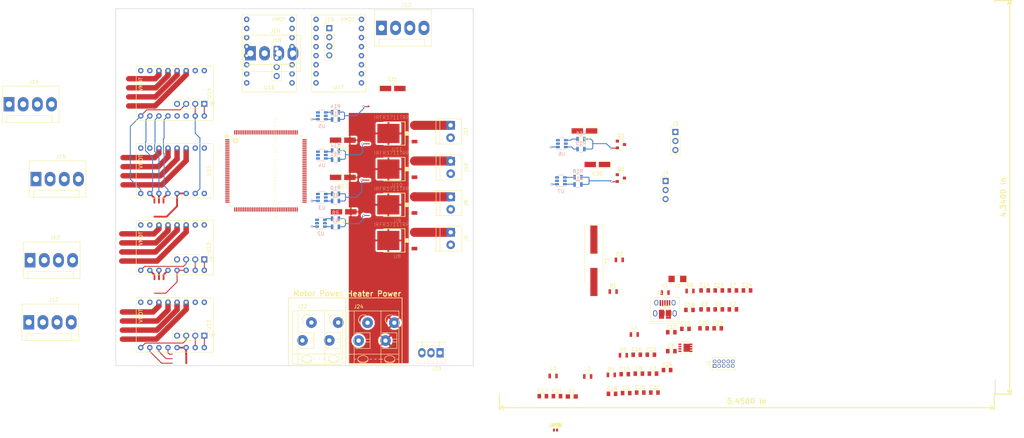
<source format=kicad_pcb>
(kicad_pcb (version 4) (host pcbnew 4.0.7)
  (layers (0 F.Cu signal) (31 B.Cu signal) (34 B.Paste user) (35 F.Paste user) (36 B.SilkS user) (37 F.SilkS user) (38 B.Mask user) (39 F.Mask user hide) (44 Edge.Cuts user))
  (net 0 "")
  (net 1 "Net-(C1-Pad1)")
  (net 2 GND)
  (net 3 "Net-(C2-Pad1)")
  (net 4 "Net-(C3-Pad1)")
  (net 5 "Net-(C4-Pad1)")
  (net 6 "Net-(C5-Pad1)")
  (net 7 "Net-(C6-Pad1)")
  (net 8 +3V3)
  (net 9 VDD)
  (net 10 /Microcontroller/VDDHMI)
  (net 11 /Microcontroller/VDDANA)
  (net 12 /Microcontroller/VDDREF)
  (net 13 "Net-(D1-Pad2)")
  (net 14 "Net-(D1-Pad1)")
  (net 15 VBUS)
  (net 16 "Net-(J1-Pad2)")
  (net 17 "Net-(J1-Pad3)")
  (net 18 "Net-(J1-Pad4)")
  (net 19 "Net-(J2-Pad2)")
  (net 20 "Net-(J2-Pad4)")
  (net 21 "Net-(J2-Pad6)")
  (net 22 "Net-(J2-Pad7)")
  (net 23 "Net-(J2-Pad8)")
  (net 24 /Microcontroller/RESET)
  (net 25 +VDC)
  (net 26 "Net-(J3-Pad2)")
  (net 27 GNDPWR)
  (net 28 "Net-(J4-Pad2)")
  (net 29 /Microcontroller/VDDMI)
  (net 30 "Net-(Q5-Pad2)")
  (net 31 "Net-(Q6-Pad2)")
  (net 32 "Net-(R2-Pad1)")
  (net 33 "Net-(R3-Pad1)")
  (net 34 "Net-(R4-Pad2)")
  (net 35 "Net-(R5-Pad2)")
  (net 36 "Net-(R7-Pad2)")
  (net 37 "Net-(R8-Pad2)")
  (net 38 "Net-(R9-Pad2)")
  (net 39 "Net-(R10-Pad2)")
  (net 40 "Net-(R11-Pad2)")
  (net 41 "Net-(R12-Pad2)")
  (net 42 "Net-(R13-Pad2)")
  (net 43 "Net-(R14-Pad2)")
  (net 44 "Net-(R15-Pad2)")
  (net 45 "Net-(R16-Pad2)")
  (net 46 "Net-(R17-Pad2)")
  (net 47 "Net-(R18-Pad2)")
  (net 48 /DriverStage/HEATER1)
  (net 49 "Net-(U2-Pad5)")
  (net 50 /DriverStage/HEATER2)
  (net 51 "Net-(U3-Pad5)")
  (net 52 /DriverStage/HEATER3)
  (net 53 "Net-(U4-Pad5)")
  (net 54 /DriverStage/HEATER4)
  (net 55 "Net-(U5-Pad5)")
  (net 56 /DriverStage/FAN1)
  (net 57 "Net-(U6-Pad5)")
  (net 58 /DriverStage/FAN2)
  (net 59 "Net-(U7-Pad5)")
  (net 60 /DriverStage/HEATER4_PWR)
  (net 61 /DriverStage/HEATER3_PWR)
  (net 62 /DriverStage/HEATER2_PWR)
  (net 63 /DriverStage/HEATER1_PWR)
  (net 64 /Microcontroller/XMIN)
  (net 65 "Net-(U1-Pad2)")
  (net 66 "Net-(U1-Pad3)")
  (net 67 "Net-(U1-Pad4)")
  (net 68 "Net-(U1-Pad5)")
  (net 69 "Net-(U1-Pad6)")
  (net 70 "Net-(U1-Pad7)")
  (net 71 /Microcontroller/YMIN)
  (net 72 "Net-(U1-Pad9)")
  (net 73 "Net-(U1-Pad13)")
  (net 74 /Microcontroller/ZMIN)
  (net 75 "Net-(U1-Pad15)")
  (net 76 /Microcontroller/E0DIR)
  (net 77 "Net-(U1-Pad17)")
  (net 78 "Net-(U1-Pad18)")
  (net 79 "Net-(U1-Pad19)")
  (net 80 /Microcontroller/XMAX)
  (net 81 "Net-(U1-Pad23)")
  (net 82 "Net-(U1-Pad24)")
  (net 83 "Net-(U1-Pad25)")
  (net 84 "Net-(U1-Pad26)")
  (net 85 "Net-(U1-Pad27)")
  (net 86 "Net-(U1-Pad32)")
  (net 87 "Net-(U1-Pad46)")
  (net 88 "Net-(U1-Pad50)")
  (net 89 "Net-(U1-Pad55)")
  (net 90 /Microcontroller/ZMAX)
  (net 91 "Net-(U1-Pad60)")
  (net 92 "Net-(U1-Pad63)")
  (net 93 /Microcontroller/YMAX)
  (net 94 /Microcontroller/E1ENABLE)
  (net 95 "Net-(U1-Pad66)")
  (net 96 /Microcontroller/E1DIR)
  (net 97 "Net-(U1-Pad69)")
  (net 98 "Net-(U1-Pad70)")
  (net 99 /Microcontroller/E0ENABLE)
  (net 100 /Microcontroller/E1STEP)
  (net 101 "Net-(U1-Pad76)")
  (net 102 "Net-(U1-Pad77)")
  (net 103 "Net-(U1-Pad78)")
  (net 104 "Net-(U1-Pad79)")
  (net 105 "Net-(U1-Pad80)")
  (net 106 "Net-(U1-Pad81)")
  (net 107 "Net-(U1-Pad82)")
  (net 108 "Net-(U1-Pad83)")
  (net 109 "Net-(U1-Pad84)")
  (net 110 "Net-(U1-Pad85)")
  (net 111 "Net-(U1-Pad86)")
  (net 112 "Net-(U1-Pad87)")
  (net 113 /Microcontroller/XSTEP)
  (net 114 /Microcontroller/XDIR)
  (net 115 /Microcontroller/YSTEP)
  (net 116 /Microcontroller/YDIR)
  (net 117 /Microcontroller/ZSTEP)
  (net 118 "Net-(U1-Pad93)")
  (net 119 "Net-(U1-Pad94)")
  (net 120 "Net-(U1-Pad95)")
  (net 121 "Net-(U1-Pad96)")
  (net 122 /Microcontroller/ZENABLE)
  (net 123 "Net-(U1-Pad98)")
  (net 124 /Microcontroller/YENABLE)
  (net 125 "Net-(U1-Pad100)")
  (net 126 /Microcontroller/XENABLE)
  (net 127 "Net-(U1-Pad103)")
  (net 128 "Net-(U1-Pad107)")
  (net 129 "Net-(U1-Pad108)")
  (net 130 "Net-(U1-Pad109)")
  (net 131 "Net-(U1-Pad110)")
  (net 132 "Net-(U1-Pad111)")
  (net 133 "Net-(U1-Pad112)")
  (net 134 "Net-(U1-Pad113)")
  (net 135 "Net-(U1-Pad114)")
  (net 136 "Net-(U1-Pad115)")
  (net 137 /Microcontroller/E0STEP)
  (net 138 "Net-(U1-Pad117)")
  (net 139 "Net-(U1-Pad118)")
  (net 140 "Net-(U1-Pad119)")
  (net 141 "Net-(U1-Pad120)")
  (net 142 "Net-(U1-Pad121)")
  (net 143 "Net-(U1-Pad122)")
  (net 144 "Net-(U1-Pad123)")
  (net 145 "Net-(U1-Pad127)")
  (net 146 "Net-(U1-Pad128)")
  (net 147 "Net-(U1-Pad129)")
  (net 148 "Net-(U1-Pad130)")
  (net 149 "Net-(U1-Pad131)")
  (net 150 "Net-(U1-Pad134)")
  (net 151 "Net-(U1-Pad135)")
  (net 152 "Net-(U1-Pad136)")
  (net 153 "Net-(U1-Pad137)")
  (net 154 "Net-(U1-Pad138)")
  (net 155 "Net-(U1-Pad139)")
  (net 156 "Net-(U1-Pad140)")
  (net 157 /Microcontroller/ZDIR)
  (net 158 "Net-(U1-Pad142)")
  (net 159 "Net-(U1-Pad143)")
  (net 160 "Net-(R7-Pad1)")
  (net 161 "Net-(R10-Pad1)")
  (net 162 "Net-(R11-Pad1)")
  (net 163 "Net-(R13-Pad1)")
  (net 164 "Net-(J12-Pad1)")
  (net 165 "Net-(J12-Pad2)")
  (net 166 "Net-(J12-Pad3)")
  (net 167 "Net-(J12-Pad4)")
  (net 168 "Net-(J13-Pad1)")
  (net 169 "Net-(J13-Pad2)")
  (net 170 "Net-(J13-Pad3)")
  (net 171 "Net-(J13-Pad4)")
  (net 172 "Net-(J14-Pad1)")
  (net 173 "Net-(J14-Pad2)")
  (net 174 "Net-(J14-Pad3)")
  (net 175 "Net-(J14-Pad4)")
  (net 176 "Net-(J15-Pad1)")
  (net 177 "Net-(J15-Pad2)")
  (net 178 "Net-(J15-Pad3)")
  (net 179 "Net-(J15-Pad4)")
  (net 180 "Net-(J16-Pad1)")
  (net 181 "Net-(J16-Pad2)")
  (net 182 "Net-(J16-Pad3)")
  (net 183 "Net-(J16-Pad4)")
  (net 184 "Net-(J17-Pad1)")
  (net 185 "Net-(J17-Pad2)")
  (net 186 "Net-(J17-Pad3)")
  (net 187 "Net-(J17-Pad4)")
  (net 188 "Net-(U12-Pad10)")
  (net 189 "Net-(U13-Pad10)")
  (net 190 "Net-(U14-Pad10)")
  (net 191 "Net-(U15-Pad10)")
  (net 192 "Net-(U16-Pad10)")
  (net 193 "Net-(U17-Pad10)")
  (net 194 "Net-(U15-Pad8)")
  (net 195 +5V)
  (net 196 VAA)
  (net 197 "Net-(JP1-Pad2)")
  (net 198 "Net-(JP2-Pad2)")
  (net 199 "Net-(JP3-Pad2)")
  (net 200 "Net-(JP4-Pad2)")
  (net 201 "Net-(JP5-Pad2)")
  (net 202 "Net-(JP6-Pad2)")
  (net 203 "Net-(JP7-Pad2)")
  (net 204 "Net-(JP8-Pad2)")
  (net 205 "Net-(JP9-Pad2)")
  (net 206 "Net-(JP10-Pad2)")
  (net 207 "Net-(JP11-Pad2)")
  (net 208 "Net-(JP12-Pad2)")
  (net 209 "Net-(JP13-Pad2)")
  (net 210 "Net-(JP14-Pad2)")
  (net 211 "Net-(JP15-Pad2)")
  (module Capacitors_SMD:C_0805 (layer F.Cu) (at 204.497001 136.043)
    (fp_text reference C2 (at 0 -1.5) (layer F.SilkS))
    (fp_text value C)
    (pad 1 smd rect (at -1 0) (size 1 1.25) (layers F.Cu F.Paste F.Mask) (net 3 "Net-(C2-Pad1)"))
    (pad 2 smd rect (at 1 0) (size 1 1.25) (layers F.Cu F.Paste F.Mask) (net 2 GND))
  )
  (module Capacitors_SMD:C_0805 (layer F.Cu) (at 182.137001 154.043)
    (fp_text reference C3 (at 0 -1.5) (layer F.SilkS))
    (fp_text value C)
    (pad 1 smd rect (at -1 0) (size 1 1.25) (layers F.Cu F.Paste F.Mask) (net 4 "Net-(C3-Pad1)"))
    (pad 2 smd rect (at 1 0) (size 1 1.25) (layers F.Cu F.Paste F.Mask) (net 2 GND))
  )
  (module Capacitors_SMD:C_0805 (layer F.Cu) (at 200.547001 136.043)
    (fp_text reference C4 (at 0 -1.5) (layer F.SilkS))
    (fp_text value C)
    (pad 1 smd rect (at -1 0) (size 1 1.25) (layers F.Cu F.Paste F.Mask) (net 5 "Net-(C4-Pad1)"))
    (pad 2 smd rect (at 1 0) (size 1 1.25) (layers F.Cu F.Paste F.Mask) (net 2 GND))
  )
  (module Capacitors_SMD:C_0805 (layer F.Cu) (at 174.637001 159.493)
    (fp_text reference C5 (at 0 -1.5) (layer F.SilkS))
    (fp_text value 10p)
    (pad 1 smd rect (at -1 0) (size 1 1.25) (layers F.Cu F.Paste F.Mask) (net 6 "Net-(C5-Pad1)"))
    (pad 2 smd rect (at 1 0) (size 1 1.25) (layers F.Cu F.Paste F.Mask) (net 2 GND))
  )
  (module Capacitors_SMD:C_0805 (layer F.Cu) (at 187.277001 147.743)
    (fp_text reference C6 (at 0 -1.5) (layer F.SilkS))
    (fp_text value 0.1u)
    (pad 1 smd rect (at -1 0) (size 1 1.25) (layers F.Cu F.Paste F.Mask) (net 7 "Net-(C6-Pad1)"))
    (pad 2 smd rect (at 1 0) (size 1 1.25) (layers F.Cu F.Paste F.Mask) (net 2 GND))
  )
  (module Capacitors_SMD:C_0805 (layer F.Cu) (at 204.497001 130.743)
    (fp_text reference C7 (at 0 -1.5) (layer F.SilkS))
    (fp_text value 10u)
    (pad 1 smd rect (at -1 0) (size 1 1.25) (layers F.Cu F.Paste F.Mask) (net 7 "Net-(C6-Pad1)"))
    (pad 2 smd rect (at 1 0) (size 1 1.25) (layers F.Cu F.Paste F.Mask) (net 2 GND))
  )
  (module Capacitors_SMD:C_0805 (layer F.Cu) (at 178.187001 154.043)
    (fp_text reference C8 (at 0 -1.5) (layer F.SilkS))
    (fp_text value 0.1u)
    (pad 1 smd rect (at -1 0) (size 1 1.25) (layers F.Cu F.Paste F.Mask) (net 8 +3V3))
    (pad 2 smd rect (at 1 0) (size 1 1.25) (layers F.Cu F.Paste F.Mask) (net 2 GND))
  )
  (module Capacitors_SMD:C_0805 (layer F.Cu) (at 196.597001 136.043)
    (fp_text reference C9 (at 0 -1.5) (layer F.SilkS))
    (fp_text value 10u)
    (pad 1 smd rect (at -1 0) (size 1 1.25) (layers F.Cu F.Paste F.Mask) (net 9 VDD))
    (pad 2 smd rect (at 1 0) (size 1 1.25) (layers F.Cu F.Paste F.Mask) (net 2 GND))
  )
  (module Capacitors_SMD:C_0805 (layer F.Cu) (at 191.227001 141.493)
    (fp_text reference C10 (at 0 -1.5) (layer F.SilkS))
    (fp_text value 10u)
    (pad 1 smd rect (at -1 0) (size 1 1.25) (layers F.Cu F.Paste F.Mask) (net 8 +3V3))
    (pad 2 smd rect (at 1 0) (size 1 1.25) (layers F.Cu F.Paste F.Mask) (net 2 GND))
  )
  (module Capacitors_SMD:C_0805 (layer F.Cu) (at 200.547001 130.743)
    (fp_text reference C11 (at 0 -1.5) (layer F.SilkS))
    (fp_text value 10u)
    (pad 1 smd rect (at -1 0) (size 1 1.25) (layers F.Cu F.Paste F.Mask) (net 10 /Microcontroller/VDDHMI))
    (pad 2 smd rect (at 1 0) (size 1 1.25) (layers F.Cu F.Paste F.Mask) (net 2 GND))
  )
  (module Capacitors_SMD:C_0805 (layer F.Cu) (at 187.277001 142.443)
    (fp_text reference C12 (at 0 -1.5) (layer F.SilkS))
    (fp_text value 0.1u)
    (pad 1 smd rect (at -1 0) (size 1 1.25) (layers F.Cu F.Paste F.Mask) (net 9 VDD))
    (pad 2 smd rect (at 1 0) (size 1 1.25) (layers F.Cu F.Paste F.Mask) (net 2 GND))
  )
  (module Capacitors_SMD:C_0805 (layer F.Cu) (at 181.547001 148.743)
    (fp_text reference C13 (at 0 -1.5) (layer F.SilkS))
    (fp_text value 0.1u)
    (pad 1 smd rect (at -1 0) (size 1 1.25) (layers F.Cu F.Paste F.Mask) (net 8 +3V3))
    (pad 2 smd rect (at 1 0) (size 1 1.25) (layers F.Cu F.Paste F.Mask) (net 2 GND))
  )
  (module Capacitors_SMD:C_0805 (layer F.Cu) (at 196.597001 130.743)
    (fp_text reference C14 (at 0 -1.5) (layer F.SilkS))
    (fp_text value 0.1u)
    (pad 1 smd rect (at -1 0) (size 1 1.25) (layers F.Cu F.Paste F.Mask) (net 10 /Microcontroller/VDDHMI))
    (pad 2 smd rect (at 1 0) (size 1 1.25) (layers F.Cu F.Paste F.Mask) (net 2 GND))
  )
  (module Capacitors_SMD:C_0805 (layer F.Cu) (at 174.237001 154.193)
    (fp_text reference C15 (at 0 -1.5) (layer F.SilkS))
    (fp_text value 0.1u)
    (pad 1 smd rect (at -1 0) (size 1 1.25) (layers F.Cu F.Paste F.Mask) (net 9 VDD))
    (pad 2 smd rect (at 1 0) (size 1 1.25) (layers F.Cu F.Paste F.Mask) (net 2 GND))
  )
  (module Capacitors_SMD:C_0805 (layer F.Cu) (at 177.597001 148.743)
    (fp_text reference C16 (at 0 -1.5) (layer F.SilkS))
    (fp_text value 0.1u)
    (pad 1 smd rect (at -1 0) (size 1 1.25) (layers F.Cu F.Paste F.Mask) (net 8 +3V3))
    (pad 2 smd rect (at 1 0) (size 1 1.25) (layers F.Cu F.Paste F.Mask) (net 2 GND))
  )
  (module Capacitors_SMD:C_0805 (layer F.Cu) (at 151.327001 160.353)
    (fp_text reference C17 (at 0 -1.5) (layer F.SilkS))
    (fp_text value 10u)
    (pad 1 smd rect (at -1 0) (size 1 1.25) (layers F.Cu F.Paste F.Mask) (net 11 /Microcontroller/VDDANA))
    (pad 2 smd rect (at 1 0) (size 1 1.25) (layers F.Cu F.Paste F.Mask) (net 2 GND))
  )
  (module Capacitors_SMD:C_0805 (layer F.Cu) (at 170.687001 159.693)
    (fp_text reference C18 (at 0 -1.5) (layer F.SilkS))
    (fp_text value 0.1u)
    (pad 1 smd rect (at -1 0) (size 1 1.25) (layers F.Cu F.Paste F.Mask) (net 9 VDD))
    (pad 2 smd rect (at 1 0) (size 1 1.25) (layers F.Cu F.Paste F.Mask) (net 2 GND))
  )
  (module Capacitors_SMD:C_0805 (layer F.Cu) (at 192.347001 136.193)
    (fp_text reference C19 (at 0 -1.5) (layer F.SilkS))
    (fp_text value 0.1u)
    (pad 1 smd rect (at -1 0) (size 1 1.25) (layers F.Cu F.Paste F.Mask) (net 8 +3V3))
    (pad 2 smd rect (at 1 0) (size 1 1.25) (layers F.Cu F.Paste F.Mask) (net 2 GND))
  )
  (module Capacitors_SMD:C_0805 (layer F.Cu) (at 196.297001 141.343)
    (fp_text reference C20 (at 0 -1.5) (layer F.SilkS))
    (fp_text value 0.1u)
    (pad 1 smd rect (at -1 0) (size 1 1.25) (layers F.Cu F.Paste F.Mask) (net 11 /Microcontroller/VDDANA))
    (pad 2 smd rect (at 1 0) (size 1 1.25) (layers F.Cu F.Paste F.Mask) (net 2 GND))
  )
  (module Capacitors_SMD:C_0805 (layer F.Cu) (at 155.277001 160.353)
    (fp_text reference C21 (at 0 -1.5) (layer F.SilkS))
    (fp_text value 0.1u)
    (pad 1 smd rect (at -1 0) (size 1 1.25) (layers F.Cu F.Paste F.Mask) (net 9 VDD))
    (pad 2 smd rect (at 1 0) (size 1 1.25) (layers F.Cu F.Paste F.Mask) (net 2 GND))
  )
  (module Capacitors_SMD:C_0805 (layer F.Cu) (at 182.537001 159.343)
    (fp_text reference C22 (at 0 -1.5) (layer F.SilkS))
    (fp_text value 0.1u)
    (pad 1 smd rect (at -1 0) (size 1 1.25) (layers F.Cu F.Paste F.Mask) (net 8 +3V3))
    (pad 2 smd rect (at 1 0) (size 1 1.25) (layers F.Cu F.Paste F.Mask) (net 2 GND))
  )
  (module Capacitors_SMD:C_0805 (layer F.Cu) (at 200.247001 141.343)
    (fp_text reference C23 (at 0 -1.5) (layer F.SilkS))
    (fp_text value 10u)
    (pad 1 smd rect (at -1 0) (size 1 1.25) (layers F.Cu F.Paste F.Mask) (net 12 /Microcontroller/VDDREF))
    (pad 2 smd rect (at 1 0) (size 1 1.25) (layers F.Cu F.Paste F.Mask) (net 2 GND))
  )
  (module Capacitors_SMD:C_0805 (layer F.Cu) (at 208.447001 130.743)
    (fp_text reference C24 (at 0 -1.5) (layer F.SilkS))
    (fp_text value 0.1u)
    (pad 1 smd rect (at -1 0) (size 1 1.25) (layers F.Cu F.Paste F.Mask) (net 9 VDD))
    (pad 2 smd rect (at 1 0) (size 1 1.25) (layers F.Cu F.Paste F.Mask) (net 2 GND))
  )
  (module Capacitors_SMD:C_0805 (layer F.Cu) (at 178.587001 159.343)
    (fp_text reference C25 (at 0 -1.5) (layer F.SilkS))
    (fp_text value 0.1u)
    (pad 1 smd rect (at -1 0) (size 1 1.25) (layers F.Cu F.Paste F.Mask) (net 8 +3V3))
    (pad 2 smd rect (at 1 0) (size 1 1.25) (layers F.Cu F.Paste F.Mask) (net 2 GND))
  )
  (module Capacitors_SMD:C_0805 (layer F.Cu) (at 186.087001 153.043)
    (fp_text reference C26 (at 0 -1.5) (layer F.SilkS))
    (fp_text value 0.1u)
    (pad 1 smd rect (at -1 0) (size 1 1.25) (layers F.Cu F.Paste F.Mask) (net 12 /Microcontroller/VDDREF))
    (pad 2 smd rect (at 1 0) (size 1 1.25) (layers F.Cu F.Paste F.Mask) (net 2 GND))
  )
  (module Capacitors_Tantalum_SMD:CP_Tantalum_Case-A_EIA-3216-18_Hand (layer F.Cu) (at 95.3389 99.06 180)
    (fp_text reference C27 (at 0 -2.55 180) (layer F.SilkS))
    (fp_text value 47u)
    (pad 1 smd rect (at -2 0 180) (size 3.2 1.5) (layers F.Cu F.Paste F.Mask) (net 25 +VDC))
    (pad 2 smd rect (at 2 0 180) (size 3.2 1.5) (layers F.Cu F.Paste F.Mask) (net 2 GND))
  )
  (module Capacitors_Tantalum_SMD:CP_Tantalum_Case-A_EIA-3216-18_Hand (layer F.Cu) (at 95.5929 108.712 180)
    (fp_text reference C28 (at 0 -2.55 180) (layer F.SilkS))
    (fp_text value 47u)
    (pad 1 smd rect (at -2 0 180) (size 3.2 1.5) (layers F.Cu F.Paste F.Mask) (net 25 +VDC))
    (pad 2 smd rect (at 2 0 180) (size 3.2 1.5) (layers F.Cu F.Paste F.Mask) (net 2 GND))
  )
  (module Capacitors_Tantalum_SMD:CP_Tantalum_Case-A_EIA-3216-18_Hand (layer F.Cu) (at 95.3389 88.646 180)
    (fp_text reference C29 (at 0 -2.55 180) (layer F.SilkS))
    (fp_text value 47u)
    (pad 1 smd rect (at -2 0 180) (size 3.2 1.5) (layers F.Cu F.Paste F.Mask) (net 25 +VDC))
    (pad 2 smd rect (at 2 0 180) (size 3.2 1.5) (layers F.Cu F.Paste F.Mask) (net 2 GND))
  )
  (module Capacitors_Tantalum_SMD:CP_Tantalum_Case-A_EIA-3216-18_Hand (layer F.Cu) (at 166.58488 95.4532 180)
    (fp_text reference C30 (at 0 -2.55 180) (layer F.SilkS))
    (fp_text value 47u)
    (pad 1 smd rect (at -2 0 180) (size 3.2 1.5) (layers F.Cu F.Paste F.Mask) (net 25 +VDC))
    (pad 2 smd rect (at 2 0 180) (size 3.2 1.5) (layers F.Cu F.Paste F.Mask) (net 2 GND))
  )
  (module Capacitors_Tantalum_SMD:CP_Tantalum_Case-A_EIA-3216-18_Hand (layer F.Cu) (at 109.3089 74.168)
    (fp_text reference C31 (at 0 -2.55) (layer F.SilkS))
    (fp_text value 47u)
    (pad 1 smd rect (at -2 0) (size 3.2 1.5) (layers F.Cu F.Paste F.Mask) (net 25 +VDC))
    (pad 2 smd rect (at 2 0) (size 3.2 1.5) (layers F.Cu F.Paste F.Mask) (net 2 GND))
  )
  (module Capacitors_Tantalum_SMD:CP_Tantalum_Case-A_EIA-3216-18_Hand (layer F.Cu) (at 162.96488 86.0552 180)
    (fp_text reference C32 (at 0 -2.55 180) (layer F.SilkS))
    (fp_text value 47u)
    (pad 1 smd rect (at -2 0 180) (size 3.2 1.5) (layers F.Cu F.Paste F.Mask) (net 25 +VDC))
    (pad 2 smd rect (at 2 0 180) (size 3.2 1.5) (layers F.Cu F.Paste F.Mask) (net 2 GND))
  )
  (module LEDs:LED_0805 (layer F.Cu) (at 159.427001 160.443)
    (fp_text reference D1 (at 0 -1.45) (layer F.SilkS))
    (fp_text value LED)
    (pad 2 smd rect (at 1.1 0 180) (size 1.2 1.2) (layers F.Cu F.Paste F.Mask) (net 13 "Net-(D1-Pad2)"))
    (pad 1 smd rect (at -1.1 0 180) (size 1.2 1.2) (layers F.Cu F.Paste F.Mask) (net 14 "Net-(D1-Pad1)"))
  )
  (module Connectors:USB_Micro-B_10103594-0001LF (layer F.Cu) (at 185.484 135.78)
    (fp_text reference J1 (at -1.5 -4.62) (layer F.SilkS))
    (fp_text value USB_B_Micro)
    (pad 1 smd rect (at -1.3 -1.5 90) (size 1.65 0.4) (layers F.Cu F.Paste F.Mask) (net 15 VBUS))
    (pad 2 smd rect (at -0.65 -1.5 90) (size 1.65 0.4) (layers F.Cu F.Paste F.Mask) (net 16 "Net-(J1-Pad2)"))
    (pad 3 smd rect (at 0 -1.5 90) (size 1.65 0.4) (layers F.Cu F.Paste F.Mask) (net 17 "Net-(J1-Pad3)"))
    (pad 4 smd rect (at 0.65 -1.5 90) (size 1.65 0.4) (layers F.Cu F.Paste F.Mask) (net 18 "Net-(J1-Pad4)"))
    (pad 5 smd rect (at 1.3 -1.5 90) (size 1.65 0.4) (layers F.Cu F.Paste F.Mask) (net 2 GND))
    (pad 6 thru_hole oval (at -2.42 -1.62 90) (size 1.5 1.1) (drill oval 1.05 0.65) (layers *.Cu *.Mask) (net 2 GND))
    (pad 6 thru_hole oval (at 2.42 -1.62 90) (size 1.5 1.1) (drill oval 1.05 0.65) (layers *.Cu *.Mask) (net 2 GND))
    (pad 6 thru_hole oval (at -2.73 1.38 90) (size 1.7 1.2) (drill oval 1.2 0.7) (layers *.Cu *.Mask) (net 2 GND))
    (pad 6 thru_hole oval (at 2.73 1.38 90) (size 1.7 1.2) (drill oval 1.2 0.7) (layers *.Cu *.Mask) (net 2 GND))
    (pad 6 smd rect (at -0.96 1.62 90) (size 2.5 1.43) (layers F.Cu F.Paste F.Mask) (net 2 GND))
    (pad 6 smd rect (at 0.96 1.62 90) (size 2.5 1.43) (layers F.Cu F.Paste F.Mask) (net 2 GND))
  )
  (module Pin_Headers:Pin_Header_Straight_2x05_Pitch1.27mm (layer F.Cu) (at 199.39 151.892 90)
    (fp_text reference J2 (at 0.635 -1.695 90) (layer F.SilkS))
    (fp_text value Conn_ARM_JTAG_SWD_10)
    (pad 1 thru_hole rect (at 0 0 90) (size 1 1) (drill 0.65) (layers *.Cu *.Mask) (net 8 +3V3))
    (pad 2 thru_hole oval (at 1.27 0 90) (size 1 1) (drill 0.65) (layers *.Cu *.Mask) (net 19 "Net-(J2-Pad2)"))
    (pad 3 thru_hole oval (at 0 1.27 90) (size 1 1) (drill 0.65) (layers *.Cu *.Mask) (net 2 GND))
    (pad 4 thru_hole oval (at 1.27 1.27 90) (size 1 1) (drill 0.65) (layers *.Cu *.Mask) (net 20 "Net-(J2-Pad4)"))
    (pad 5 thru_hole oval (at 0 2.54 90) (size 1 1) (drill 0.65) (layers *.Cu *.Mask) (net 2 GND))
    (pad 6 thru_hole oval (at 1.27 2.54 90) (size 1 1) (drill 0.65) (layers *.Cu *.Mask) (net 21 "Net-(J2-Pad6)"))
    (pad 7 thru_hole oval (at 0 3.81 90) (size 1 1) (drill 0.65) (layers *.Cu *.Mask) (net 22 "Net-(J2-Pad7)"))
    (pad 8 thru_hole oval (at 1.27 3.81 90) (size 1 1) (drill 0.65) (layers *.Cu *.Mask) (net 23 "Net-(J2-Pad8)"))
    (pad 9 thru_hole oval (at 0 5.08 90) (size 1 1) (drill 0.65) (layers *.Cu *.Mask) (net 2 GND))
    (pad 10 thru_hole oval (at 1.27 5.08 90) (size 1 1) (drill 0.65) (layers *.Cu *.Mask) (net 24 /Microcontroller/RESET))
  )
  (module Inductors_SMD:L_0805 (layer F.Cu) (at 185.534858 131.343)
    (fp_text reference L1 (at 0 -2.1) (layer F.SilkS))
    (fp_text value Ferrite_Bead)
    (pad 1 smd rect (at -0.95 0) (size 0.7 1.3) (layers F.Cu F.Paste F.Mask) (net 12 /Microcontroller/VDDREF))
    (pad 2 smd rect (at 0.95 0) (size 0.7 1.3) (layers F.Cu F.Paste F.Mask) (net 8 +3V3))
  )
  (module Inductors_SMD:L_0805 (layer F.Cu) (at 163.874858 154.843)
    (fp_text reference L2 (at 0 -2.1) (layer F.SilkS))
    (fp_text value Ferrite_Bead)
    (pad 1 smd rect (at -0.95 0) (size 0.7 1.3) (layers F.Cu F.Paste F.Mask) (net 29 /Microcontroller/VDDMI))
    (pad 2 smd rect (at 0.95 0) (size 0.7 1.3) (layers F.Cu F.Paste F.Mask) (net 8 +3V3))
  )
  (module Inductors_SMD:L_0805 (layer F.Cu) (at 154.194858 154.703)
    (fp_text reference L3 (at 0 -2.1) (layer F.SilkS))
    (fp_text value Ferrite_Bead)
    (pad 1 smd rect (at -0.95 0) (size 0.7 1.3) (layers F.Cu F.Paste F.Mask) (net 11 /Microcontroller/VDDANA))
    (pad 2 smd rect (at 0.95 0) (size 0.7 1.3) (layers F.Cu F.Paste F.Mask) (net 8 +3V3))
  )
  (module Inductors_SMD:L_0805 (layer F.Cu) (at 176.914858 143.093)
    (fp_text reference L4 (at 0 -2.1) (layer F.SilkS))
    (fp_text value Ferrite_Bead)
    (pad 1 smd rect (at -0.95 0) (size 0.7 1.3) (layers F.Cu F.Paste F.Mask) (net 7 "Net-(C6-Pad1)"))
    (pad 2 smd rect (at 0.95 0) (size 0.7 1.3) (layers F.Cu F.Paste F.Mask) (net 9 VDD))
  )
  (module TO_SOT_Packages_SMD:SOT-23 (layer F.Cu) (at 173.17288 89.8652)
    (fp_text reference Q5 (at 0 -2.5) (layer F.SilkS))
    (fp_text value Q_NMOS_DGS)
    (pad 1 smd rect (at -1 -0.95) (size 0.9 0.8) (layers F.Cu F.Paste F.Mask) (net 25 +VDC))
    (pad 2 smd rect (at -1 0.95) (size 0.9 0.8) (layers F.Cu F.Paste F.Mask) (net 30 "Net-(Q5-Pad2)"))
    (pad 3 smd rect (at 1 0) (size 0.9 0.8) (layers F.Cu F.Paste F.Mask) (net 26 "Net-(J3-Pad2)"))
  )
  (module TO_SOT_Packages_SMD:SOT-23 (layer F.Cu) (at 173.15688 99.2632)
    (fp_text reference Q6 (at 0 -2.5) (layer F.SilkS))
    (fp_text value Q_NMOS_DGS)
    (pad 1 smd rect (at -1 -0.95) (size 0.9 0.8) (layers F.Cu F.Paste F.Mask) (net 25 +VDC))
    (pad 2 smd rect (at -1 0.95) (size 0.9 0.8) (layers F.Cu F.Paste F.Mask) (net 31 "Net-(Q6-Pad2)"))
    (pad 3 smd rect (at 1 0) (size 0.9 0.8) (layers F.Cu F.Paste F.Mask) (net 28 "Net-(J4-Pad2)"))
  )
  (module Resistors_SMD:R_0805 (layer F.Cu) (at 171.008 131.064)
    (fp_text reference R1 (at 0 -1.65) (layer F.SilkS))
    (fp_text value 6k8)
    (pad 1 smd rect (at -0.95 0) (size 0.7 1.3) (layers F.Cu F.Paste F.Mask) (net 6 "Net-(C5-Pad1)"))
    (pad 2 smd rect (at 0.95 0) (size 0.7 1.3) (layers F.Cu F.Paste F.Mask) (net 2 GND))
  )
  (module Resistors_SMD:R_0805 (layer F.Cu) (at 172.72 122.174)
    (fp_text reference R2 (at 0 -1.65) (layer F.SilkS))
    (fp_text value 39)
    (pad 1 smd rect (at -0.95 0) (size 0.7 1.3) (layers F.Cu F.Paste F.Mask) (net 32 "Net-(R2-Pad1)"))
    (pad 2 smd rect (at 0.95 0) (size 0.7 1.3) (layers F.Cu F.Paste F.Mask) (net 16 "Net-(J1-Pad2)"))
  )
  (module Resistors_SMD:R_0805 (layer F.Cu) (at 186.017001 137.143)
    (fp_text reference R3 (at 0 -1.65) (layer F.SilkS))
    (fp_text value 39)
    (pad 1 smd rect (at -0.95 0) (size 0.7 1.3) (layers F.Cu F.Paste F.Mask) (net 33 "Net-(R3-Pad1)"))
    (pad 2 smd rect (at 0.95 0) (size 0.7 1.3) (layers F.Cu F.Paste F.Mask) (net 17 "Net-(J1-Pad3)"))
  )
  (module Resistors_SMD:R_0805 (layer F.Cu) (at 170.487001 154.393)
    (fp_text reference R4 (at 0 -1.65) (layer F.SilkS))
    (fp_text value 10k)
    (pad 1 smd rect (at -0.95 0) (size 0.7 1.3) (layers F.Cu F.Paste F.Mask) (net 8 +3V3))
    (pad 2 smd rect (at 0.95 0) (size 0.7 1.3) (layers F.Cu F.Paste F.Mask) (net 34 "Net-(R4-Pad2)"))
  )
  (module Resistors_SMD:R_0805 (layer F.Cu) (at 173.847001 148.893)
    (fp_text reference R5 (at 0 -1.65) (layer F.SilkS))
    (fp_text value 10k)
    (pad 1 smd rect (at -0.95 0) (size 0.7 1.3) (layers F.Cu F.Paste F.Mask) (net 8 +3V3))
    (pad 2 smd rect (at 0.95 0) (size 0.7 1.3) (layers F.Cu F.Paste F.Mask) (net 35 "Net-(R5-Pad2)"))
  )
  (module Resistors_SMD:R_0805 (layer F.Cu) (at 192.500571 130.893)
    (fp_text reference R6 (at 0 -1.65) (layer F.SilkS))
    (fp_text value 330R)
    (pad 1 smd rect (at -0.95 0) (size 0.7 1.3) (layers F.Cu F.Paste F.Mask) (net 14 "Net-(D1-Pad1)"))
    (pad 2 smd rect (at 0.95 0) (size 0.7 1.3) (layers F.Cu F.Paste F.Mask) (net 2 GND))
  )
  (module Resistors_SMD:R_0805 (layer B.Cu) (at 93.3069 112.91753 180)
    (fp_text reference R7 (at 0 1.65 180) (layer B.SilkS) (effects (justify mirror)))
    (fp_text value 10k)
    (pad 1 smd rect (at -0.95 0 180) (size 0.7 1.3) (layers B.Cu B.Paste B.Mask) (net 160 "Net-(R7-Pad1)"))
    (pad 2 smd rect (at 0.95 0 180) (size 0.7 1.3) (layers B.Cu B.Paste B.Mask) (net 36 "Net-(R7-Pad2)"))
  )
  (module Resistors_SMD:R_0805 (layer B.Cu) (at 93.3069 110.63153 180)
    (fp_text reference R8 (at 0 1.65 180) (layer B.SilkS) (effects (justify mirror)))
    (fp_text value 10k)
    (pad 1 smd rect (at -0.95 0 180) (size 0.7 1.3) (layers B.Cu B.Paste B.Mask) (net 160 "Net-(R7-Pad1)"))
    (pad 2 smd rect (at 0.95 0 180) (size 0.7 1.3) (layers B.Cu B.Paste B.Mask) (net 37 "Net-(R8-Pad2)"))
  )
  (module Resistors_SMD:R_0805 (layer B.Cu) (at 93.3069 105.687604 180)
    (fp_text reference R9 (at 0 1.65 180) (layer B.SilkS) (effects (justify mirror)))
    (fp_text value 10k)
    (pad 1 smd rect (at -0.95 0 180) (size 0.7 1.3) (layers B.Cu B.Paste B.Mask) (net 161 "Net-(R10-Pad1)"))
    (pad 2 smd rect (at 0.95 0 180) (size 0.7 1.3) (layers B.Cu B.Paste B.Mask) (net 38 "Net-(R9-Pad2)"))
  )
  (module Resistors_SMD:R_0805 (layer B.Cu) (at 93.3069 103.655604 180)
    (fp_text reference R10 (at 0 1.65 180) (layer B.SilkS) (effects (justify mirror)))
    (fp_text value 10k)
    (pad 1 smd rect (at -0.95 0 180) (size 0.7 1.3) (layers B.Cu B.Paste B.Mask) (net 161 "Net-(R10-Pad1)"))
    (pad 2 smd rect (at 0.95 0 180) (size 0.7 1.3) (layers B.Cu B.Paste B.Mask) (net 39 "Net-(R10-Pad2)"))
  )
  (module Resistors_SMD:R_0805 (layer B.Cu) (at 93.3069 94.091418 180)
    (fp_text reference R11 (at 0 1.65 180) (layer B.SilkS) (effects (justify mirror)))
    (fp_text value 10k)
    (pad 1 smd rect (at -0.95 0 180) (size 0.7 1.3) (layers B.Cu B.Paste B.Mask) (net 162 "Net-(R11-Pad1)"))
    (pad 2 smd rect (at 0.95 0 180) (size 0.7 1.3) (layers B.Cu B.Paste B.Mask) (net 40 "Net-(R11-Pad2)"))
  )
  (module Resistors_SMD:R_0805 (layer B.Cu) (at 93.3069 91.551418 180)
    (fp_text reference R12 (at 0 1.65 180) (layer B.SilkS) (effects (justify mirror)))
    (fp_text value 10k)
    (pad 1 smd rect (at -0.95 0 180) (size 0.7 1.3) (layers B.Cu B.Paste B.Mask) (net 162 "Net-(R11-Pad1)"))
    (pad 2 smd rect (at 0.95 0 180) (size 0.7 1.3) (layers B.Cu B.Paste B.Mask) (net 41 "Net-(R12-Pad2)"))
  )
  (module Resistors_SMD:R_0805 (layer B.Cu) (at 93.3069 82.83841 180)
    (fp_text reference R13 (at 0 1.65 180) (layer B.SilkS) (effects (justify mirror)))
    (fp_text value 10k)
    (pad 1 smd rect (at -0.95 0 180) (size 0.7 1.3) (layers B.Cu B.Paste B.Mask) (net 163 "Net-(R13-Pad1)"))
    (pad 2 smd rect (at 0.95 0 180) (size 0.7 1.3) (layers B.Cu B.Paste B.Mask) (net 42 "Net-(R13-Pad2)"))
  )
  (module Resistors_SMD:R_0805 (layer B.Cu) (at 93.3069 80.80641 180)
    (fp_text reference R14 (at 0 1.65 180) (layer B.SilkS) (effects (justify mirror)))
    (fp_text value 10k)
    (pad 1 smd rect (at -0.95 0 180) (size 0.7 1.3) (layers B.Cu B.Paste B.Mask) (net 163 "Net-(R13-Pad1)"))
    (pad 2 smd rect (at 0.95 0 180) (size 0.7 1.3) (layers B.Cu B.Paste B.Mask) (net 43 "Net-(R14-Pad2)"))
  )
  (module Resistors_SMD:R_0805 (layer B.Cu) (at 161.98088 91.1352 180)
    (fp_text reference R15 (at 0 1.65 180) (layer B.SilkS) (effects (justify mirror)))
    (fp_text value 10k)
    (pad 1 smd rect (at -0.95 0 180) (size 0.7 1.3) (layers B.Cu B.Paste B.Mask) (net 30 "Net-(Q5-Pad2)"))
    (pad 2 smd rect (at 0.95 0 180) (size 0.7 1.3) (layers B.Cu B.Paste B.Mask) (net 44 "Net-(R15-Pad2)"))
  )
  (module Resistors_SMD:R_0805 (layer B.Cu) (at 161.98088 88.3412 180)
    (fp_text reference R16 (at 0 1.65 180) (layer B.SilkS) (effects (justify mirror)))
    (fp_text value 10k)
    (pad 1 smd rect (at -0.95 0 180) (size 0.7 1.3) (layers B.Cu B.Paste B.Mask) (net 30 "Net-(Q5-Pad2)"))
    (pad 2 smd rect (at 0.95 0 180) (size 0.7 1.3) (layers B.Cu B.Paste B.Mask) (net 45 "Net-(R16-Pad2)"))
  )
  (module Resistors_SMD:R_0805 (layer B.Cu) (at 161.15288 101.053956 180)
    (fp_text reference R17 (at 0 1.65 180) (layer B.SilkS) (effects (justify mirror)))
    (fp_text value 10k)
    (pad 1 smd rect (at -0.95 0 180) (size 0.7 1.3) (layers B.Cu B.Paste B.Mask) (net 31 "Net-(Q6-Pad2)"))
    (pad 2 smd rect (at 0.95 0 180) (size 0.7 1.3) (layers B.Cu B.Paste B.Mask) (net 46 "Net-(R17-Pad2)"))
  )
  (module Resistors_SMD:R_0805 (layer B.Cu) (at 161.15288 99.021956 180)
    (fp_text reference R18 (at 0 1.65 180) (layer B.SilkS) (effects (justify mirror)))
    (fp_text value 10k)
    (pad 1 smd rect (at -0.95 0 180) (size 0.7 1.3) (layers B.Cu B.Paste B.Mask) (net 31 "Net-(Q6-Pad2)"))
    (pad 2 smd rect (at 0.95 0 180) (size 0.7 1.3) (layers B.Cu B.Paste B.Mask) (net 47 "Net-(R18-Pad2)"))
  )
  (module TO_SOT_Packages_SMD:SOT-23-6 (layer B.Cu) (at 89.2429 111.90153)
    (fp_text reference U2 (at 0 2.9) (layer B.SilkS) (effects (justify mirror)))
    (fp_text value ZXGD3003E6)
    (pad 1 smd rect (at -1.1 0.95) (size 1.06 0.65) (layers B.Cu B.Paste B.Mask) (net 25 +VDC))
    (pad 2 smd rect (at -1.1 0) (size 1.06 0.65) (layers B.Cu B.Paste B.Mask) (net 48 /DriverStage/HEATER1))
    (pad 3 smd rect (at -1.1 -0.95) (size 1.06 0.65) (layers B.Cu B.Paste B.Mask) (net 2 GND))
    (pad 4 smd rect (at 1.1 -0.95) (size 1.06 0.65) (layers B.Cu B.Paste B.Mask) (net 37 "Net-(R8-Pad2)"))
    (pad 6 smd rect (at 1.1 0.95) (size 1.06 0.65) (layers B.Cu B.Paste B.Mask) (net 36 "Net-(R7-Pad2)"))
    (pad 5 smd rect (at 1.1 0) (size 1.06 0.65) (layers B.Cu B.Paste B.Mask) (net 49 "Net-(U2-Pad5)"))
  )
  (module TO_SOT_Packages_SMD:SOT-23-6 (layer B.Cu) (at 89.4969 104.671604)
    (fp_text reference U3 (at 0 2.9) (layer B.SilkS) (effects (justify mirror)))
    (fp_text value ZXGD3003E6)
    (pad 1 smd rect (at -1.1 0.95) (size 1.06 0.65) (layers B.Cu B.Paste B.Mask) (net 25 +VDC))
    (pad 2 smd rect (at -1.1 0) (size 1.06 0.65) (layers B.Cu B.Paste B.Mask) (net 50 /DriverStage/HEATER2))
    (pad 3 smd rect (at -1.1 -0.95) (size 1.06 0.65) (layers B.Cu B.Paste B.Mask) (net 2 GND))
    (pad 4 smd rect (at 1.1 -0.95) (size 1.06 0.65) (layers B.Cu B.Paste B.Mask) (net 39 "Net-(R10-Pad2)"))
    (pad 6 smd rect (at 1.1 0.95) (size 1.06 0.65) (layers B.Cu B.Paste B.Mask) (net 38 "Net-(R9-Pad2)"))
    (pad 5 smd rect (at 1.1 0) (size 1.06 0.65) (layers B.Cu B.Paste B.Mask) (net 51 "Net-(U3-Pad5)"))
  )
  (module TO_SOT_Packages_SMD:SOT-23-6 (layer B.Cu) (at 89.4969 92.821418)
    (fp_text reference U4 (at 0 2.9) (layer B.SilkS) (effects (justify mirror)))
    (fp_text value ZXGD3003E6)
    (pad 1 smd rect (at -1.1 0.95) (size 1.06 0.65) (layers B.Cu B.Paste B.Mask) (net 25 +VDC))
    (pad 2 smd rect (at -1.1 0) (size 1.06 0.65) (layers B.Cu B.Paste B.Mask) (net 52 /DriverStage/HEATER3))
    (pad 3 smd rect (at -1.1 -0.95) (size 1.06 0.65) (layers B.Cu B.Paste B.Mask) (net 2 GND))
    (pad 4 smd rect (at 1.1 -0.95) (size 1.06 0.65) (layers B.Cu B.Paste B.Mask) (net 41 "Net-(R12-Pad2)"))
    (pad 6 smd rect (at 1.1 0.95) (size 1.06 0.65) (layers B.Cu B.Paste B.Mask) (net 40 "Net-(R11-Pad2)"))
    (pad 5 smd rect (at 1.1 0) (size 1.06 0.65) (layers B.Cu B.Paste B.Mask) (net 53 "Net-(U4-Pad5)"))
  )
  (module TO_SOT_Packages_SMD:SOT-23-6 (layer B.Cu) (at 89.4969 81.82241)
    (fp_text reference U5 (at 0 2.9) (layer B.SilkS) (effects (justify mirror)))
    (fp_text value ZXGD3003E6)
    (pad 1 smd rect (at -1.1 0.95) (size 1.06 0.65) (layers B.Cu B.Paste B.Mask) (net 25 +VDC))
    (pad 2 smd rect (at -1.1 0) (size 1.06 0.65) (layers B.Cu B.Paste B.Mask) (net 54 /DriverStage/HEATER4))
    (pad 3 smd rect (at -1.1 -0.95) (size 1.06 0.65) (layers B.Cu B.Paste B.Mask) (net 2 GND))
    (pad 4 smd rect (at 1.1 -0.95) (size 1.06 0.65) (layers B.Cu B.Paste B.Mask) (net 43 "Net-(R14-Pad2)"))
    (pad 6 smd rect (at 1.1 0.95) (size 1.06 0.65) (layers B.Cu B.Paste B.Mask) (net 42 "Net-(R13-Pad2)"))
    (pad 5 smd rect (at 1.1 0) (size 1.06 0.65) (layers B.Cu B.Paste B.Mask) (net 55 "Net-(U5-Pad5)"))
  )
  (module TO_SOT_Packages_SMD:SOT-23-6 (layer B.Cu) (at 156.64688 89.6112)
    (fp_text reference U6 (at 0 2.9) (layer B.SilkS) (effects (justify mirror)))
    (fp_text value ZXGD3003E6)
    (pad 1 smd rect (at -1.1 0.95) (size 1.06 0.65) (layers B.Cu B.Paste B.Mask) (net 25 +VDC))
    (pad 2 smd rect (at -1.1 0) (size 1.06 0.65) (layers B.Cu B.Paste B.Mask) (net 56 /DriverStage/FAN1))
    (pad 3 smd rect (at -1.1 -0.95) (size 1.06 0.65) (layers B.Cu B.Paste B.Mask) (net 2 GND))
    (pad 4 smd rect (at 1.1 -0.95) (size 1.06 0.65) (layers B.Cu B.Paste B.Mask) (net 45 "Net-(R16-Pad2)"))
    (pad 6 smd rect (at 1.1 0.95) (size 1.06 0.65) (layers B.Cu B.Paste B.Mask) (net 44 "Net-(R15-Pad2)"))
    (pad 5 smd rect (at 1.1 0) (size 1.06 0.65) (layers B.Cu B.Paste B.Mask) (net 57 "Net-(U6-Pad5)"))
  )
  (module TO_SOT_Packages_SMD:SOT-23-6 (layer B.Cu) (at 156.39288 100.0252)
    (fp_text reference U7 (at 0 2.9) (layer B.SilkS) (effects (justify mirror)))
    (fp_text value ZXGD3003E6)
    (pad 1 smd rect (at -1.1 0.95) (size 1.06 0.65) (layers B.Cu B.Paste B.Mask) (net 25 +VDC))
    (pad 2 smd rect (at -1.1 0) (size 1.06 0.65) (layers B.Cu B.Paste B.Mask) (net 58 /DriverStage/FAN2))
    (pad 3 smd rect (at -1.1 -0.95) (size 1.06 0.65) (layers B.Cu B.Paste B.Mask) (net 2 GND))
    (pad 4 smd rect (at 1.1 -0.95) (size 1.06 0.65) (layers B.Cu B.Paste B.Mask) (net 47 "Net-(R18-Pad2)"))
    (pad 6 smd rect (at 1.1 0.95) (size 1.06 0.65) (layers B.Cu B.Paste B.Mask) (net 46 "Net-(R17-Pad2)"))
    (pad 5 smd rect (at 1.1 0) (size 1.06 0.65) (layers B.Cu B.Paste B.Mask) (net 59 "Net-(U7-Pad5)"))
  )
  (module MCU-ATSAM3X8EA-AU-ND_LQFP144_:LQFP144-0.5-20X20M (layer F.Cu) (at 73.8505 97.2566 270)
    (fp_text reference U1 (at -6.55987 12.8339 270) (layer F.SilkS) (effects (font (size 1.00304 1.00304) (thickness 0.05))))
    (fp_text value "MCU-ATSAM3X8EA-AU-ND(LQFP144)" (at -0.82574 -2.63735 270) (layer F.SilkS) (effects (font (size 1.00089 1.00089) (thickness 0.05))))
    (pad 1 smd rect (at -8.75 10.8 270) (size 0.3 1.2) (layers F.Cu F.Paste F.Mask) (net 64 /Microcontroller/XMIN))
    (pad 2 smd rect (at -8.25 10.8 270) (size 0.3 1.2) (layers F.Cu F.Paste F.Mask) (net 65 "Net-(U1-Pad2)"))
    (pad 3 smd rect (at -7.75 10.8 270) (size 0.3 1.2) (layers F.Cu F.Paste F.Mask) (net 66 "Net-(U1-Pad3)"))
    (pad 4 smd rect (at -7.25 10.8 270) (size 0.3 1.2) (layers F.Cu F.Paste F.Mask) (net 67 "Net-(U1-Pad4)"))
    (pad 5 smd rect (at -6.75 10.8 270) (size 0.3 1.2) (layers F.Cu F.Paste F.Mask) (net 68 "Net-(U1-Pad5)"))
    (pad 6 smd rect (at -6.25 10.8 270) (size 0.3 1.2) (layers F.Cu F.Paste F.Mask) (net 69 "Net-(U1-Pad6)"))
    (pad 7 smd rect (at -5.75 10.8 270) (size 0.3 1.2) (layers F.Cu F.Paste F.Mask) (net 70 "Net-(U1-Pad7)"))
    (pad 8 smd rect (at -5.25 10.8 270) (size 0.3 1.2) (layers F.Cu F.Paste F.Mask) (net 71 /Microcontroller/YMIN))
    (pad 9 smd rect (at -4.75 10.8 270) (size 0.3 1.2) (layers F.Cu F.Paste F.Mask) (net 72 "Net-(U1-Pad9)"))
    (pad 10 smd rect (at -4.25 10.8 270) (size 0.3 1.2) (layers F.Cu F.Paste F.Mask) (net 9 VDD))
    (pad 11 smd rect (at -3.75 10.8 270) (size 0.3 1.2) (layers F.Cu F.Paste F.Mask) (net 8 +3V3))
    (pad 12 smd rect (at -3.25 10.8 270) (size 0.3 1.2) (layers F.Cu F.Paste F.Mask) (net 2 GND))
    (pad 13 smd rect (at -2.75 10.8 270) (size 0.3 1.2) (layers F.Cu F.Paste F.Mask) (net 73 "Net-(U1-Pad13)"))
    (pad 14 smd rect (at -2.25 10.8 270) (size 0.3 1.2) (layers F.Cu F.Paste F.Mask) (net 74 /Microcontroller/ZMIN))
    (pad 15 smd rect (at -1.75 10.8 270) (size 0.3 1.2) (layers F.Cu F.Paste F.Mask) (net 75 "Net-(U1-Pad15)"))
    (pad 16 smd rect (at -1.25 10.8 270) (size 0.3 1.2) (layers F.Cu F.Paste F.Mask) (net 76 /Microcontroller/E0DIR))
    (pad 17 smd rect (at -0.75 10.8 270) (size 0.3 1.2) (layers F.Cu F.Paste F.Mask) (net 77 "Net-(U1-Pad17)"))
    (pad 18 smd rect (at -0.25 10.8 270) (size 0.3 1.2) (layers F.Cu F.Paste F.Mask) (net 78 "Net-(U1-Pad18)"))
    (pad 19 smd rect (at 0.25 10.8 270) (size 0.3 1.2) (layers F.Cu F.Paste F.Mask) (net 79 "Net-(U1-Pad19)"))
    (pad 20 smd rect (at 0.75 10.8 270) (size 0.3 1.2) (layers F.Cu F.Paste F.Mask) (net 54 /DriverStage/HEATER4))
    (pad 21 smd rect (at 1.25 10.8 270) (size 0.3 1.2) (layers F.Cu F.Paste F.Mask) (net 56 /DriverStage/FAN1))
    (pad 22 smd rect (at 1.75 10.8 270) (size 0.3 1.2) (layers F.Cu F.Paste F.Mask) (net 80 /Microcontroller/XMAX))
    (pad 23 smd rect (at 2.25 10.8 270) (size 0.3 1.2) (layers F.Cu F.Paste F.Mask) (net 81 "Net-(U1-Pad23)"))
    (pad 24 smd rect (at 2.75 10.8 270) (size 0.3 1.2) (layers F.Cu F.Paste F.Mask) (net 82 "Net-(U1-Pad24)"))
    (pad 25 smd rect (at 3.25 10.8 270) (size 0.3 1.2) (layers F.Cu F.Paste F.Mask) (net 83 "Net-(U1-Pad25)"))
    (pad 26 smd rect (at 3.75 10.8 270) (size 0.3 1.2) (layers F.Cu F.Paste F.Mask) (net 84 "Net-(U1-Pad26)"))
    (pad 27 smd rect (at 4.25 10.8 270) (size 0.3 1.2) (layers F.Cu F.Paste F.Mask) (net 85 "Net-(U1-Pad27)"))
    (pad 28 smd rect (at 4.75 10.8 270) (size 0.3 1.2) (layers F.Cu F.Paste F.Mask) (net 20 "Net-(J2-Pad4)"))
    (pad 29 smd rect (at 5.25 10.8 270) (size 0.3 1.2) (layers F.Cu F.Paste F.Mask) (net 23 "Net-(J2-Pad8)"))
    (pad 30 smd rect (at 5.75 10.8 270) (size 0.3 1.2) (layers F.Cu F.Paste F.Mask) (net 21 "Net-(J2-Pad6)"))
    (pad 31 smd rect (at 6.25 10.8 270) (size 0.3 1.2) (layers F.Cu F.Paste F.Mask) (net 19 "Net-(J2-Pad2)"))
    (pad 32 smd rect (at 6.75 10.8 270) (size 0.3 1.2) (layers F.Cu F.Paste F.Mask) (net 86 "Net-(U1-Pad32)"))
    (pad 33 smd rect (at 7.25 10.8 270) (size 0.3 1.2) (layers F.Cu F.Paste F.Mask) (net 2 GND))
    (pad 34 smd rect (at 7.75 10.8 270) (size 0.3 1.2) (layers F.Cu F.Paste F.Mask) (net 7 "Net-(C6-Pad1)"))
    (pad 35 smd rect (at 8.25 10.8 270) (size 0.3 1.2) (layers F.Cu F.Paste F.Mask) (net 1 "Net-(C1-Pad1)"))
    (pad 36 smd rect (at 8.75 10.8 270) (size 0.3 1.2) (layers F.Cu F.Paste F.Mask) (net 3 "Net-(C2-Pad1)"))
    (pad 37 smd rect (at 10.8 8.75 270) (size 1.2 0.3) (layers F.Cu F.Paste F.Mask) (net 17 "Net-(J1-Pad3)"))
    (pad 38 smd rect (at 10.8 8.25 270) (size 1.2 0.3) (layers F.Cu F.Paste F.Mask) (net 16 "Net-(J1-Pad2)"))
    (pad 39 smd rect (at 10.8 7.75 270) (size 1.2 0.3) (layers F.Cu F.Paste F.Mask) (net 15 VBUS))
    (pad 40 smd rect (at 10.8 7.25 270) (size 1.2 0.3) (layers F.Cu F.Paste F.Mask) (net 6 "Net-(C5-Pad1)"))
    (pad 41 smd rect (at 10.8 6.75 270) (size 1.2 0.3) (layers F.Cu F.Paste F.Mask) (net 29 /Microcontroller/VDDMI))
    (pad 42 smd rect (at 10.8 6.25 270) (size 1.2 0.3) (layers F.Cu F.Paste F.Mask) (net 33 "Net-(R3-Pad1)"))
    (pad 43 smd rect (at 10.8 5.75 270) (size 1.2 0.3) (layers F.Cu F.Paste F.Mask) (net 32 "Net-(R2-Pad1)"))
    (pad 44 smd rect (at 10.8 5.25 270) (size 1.2 0.3) (layers F.Cu F.Paste F.Mask) (net 2 GND))
    (pad 45 smd rect (at 10.8 4.75 270) (size 1.2 0.3) (layers F.Cu F.Paste F.Mask) (net 9 VDD))
    (pad 46 smd rect (at 10.8 4.25 270) (size 1.2 0.3) (layers F.Cu F.Paste F.Mask) (net 87 "Net-(U1-Pad46)"))
    (pad 47 smd rect (at 10.8 3.75 270) (size 1.2 0.3) (layers F.Cu F.Paste F.Mask) (net 35 "Net-(R5-Pad2)"))
    (pad 48 smd rect (at 10.8 3.25 270) (size 1.2 0.3) (layers F.Cu F.Paste F.Mask) (net 5 "Net-(C4-Pad1)"))
    (pad 49 smd rect (at 10.8 2.75 270) (size 1.2 0.3) (layers F.Cu F.Paste F.Mask) (net 4 "Net-(C3-Pad1)"))
    (pad 50 smd rect (at 10.8 2.25 270) (size 1.2 0.3) (layers F.Cu F.Paste F.Mask) (net 88 "Net-(U1-Pad50)"))
    (pad 51 smd rect (at 10.8 1.75 270) (size 1.2 0.3) (layers F.Cu F.Paste F.Mask) (net 2 GND))
    (pad 52 smd rect (at 10.8 1.25 270) (size 1.2 0.3) (layers F.Cu F.Paste F.Mask) (net 8 +3V3))
    (pad 53 smd rect (at 10.8 0.75 270) (size 1.2 0.3) (layers F.Cu F.Paste F.Mask) (net 34 "Net-(R4-Pad2)"))
    (pad 54 smd rect (at 10.8 0.25 270) (size 1.2 0.3) (layers F.Cu F.Paste F.Mask) (net 2 GND))
    (pad 55 smd rect (at 10.8 -0.25 270) (size 1.2 0.3) (layers F.Cu F.Paste F.Mask) (net 89 "Net-(U1-Pad55)"))
    (pad 56 smd rect (at 10.8 -0.75 270) (size 1.2 0.3) (layers F.Cu F.Paste F.Mask) (net 9 VDD))
    (pad 57 smd rect (at 10.8 -1.25 270) (size 1.2 0.3) (layers F.Cu F.Paste F.Mask) (net 8 +3V3))
    (pad 58 smd rect (at 10.8 -1.75 270) (size 1.2 0.3) (layers F.Cu F.Paste F.Mask) (net 2 GND))
    (pad 59 smd rect (at 10.8 -2.25 270) (size 1.2 0.3) (layers F.Cu F.Paste F.Mask) (net 90 /Microcontroller/ZMAX))
    (pad 60 smd rect (at 10.8 -2.75 270) (size 1.2 0.3) (layers F.Cu F.Paste F.Mask) (net 91 "Net-(U1-Pad60)"))
    (pad 61 smd rect (at 10.8 -3.25 270) (size 1.2 0.3) (layers F.Cu F.Paste F.Mask) (net 9 VDD))
    (pad 62 smd rect (at 10.8 -3.75 270) (size 1.2 0.3) (layers F.Cu F.Paste F.Mask) (net 8 +3V3))
    (pad 63 smd rect (at 10.8 -4.25 270) (size 1.2 0.3) (layers F.Cu F.Paste F.Mask) (net 92 "Net-(U1-Pad63)"))
    (pad 64 smd rect (at 10.8 -4.75 270) (size 1.2 0.3) (layers F.Cu F.Paste F.Mask) (net 93 /Microcontroller/YMAX))
    (pad 65 smd rect (at 10.8 -5.25 270) (size 1.2 0.3) (layers F.Cu F.Paste F.Mask) (net 94 /Microcontroller/E1ENABLE))
    (pad 66 smd rect (at 10.8 -5.75 270) (size 1.2 0.3) (layers F.Cu F.Paste F.Mask) (net 95 "Net-(U1-Pad66)"))
    (pad 67 smd rect (at 10.8 -6.25 270) (size 1.2 0.3) (layers F.Cu F.Paste F.Mask) (net 96 /Microcontroller/E1DIR))
    (pad 68 smd rect (at 10.8 -6.75 270) (size 1.2 0.3) (layers F.Cu F.Paste F.Mask) (net 13 "Net-(D1-Pad2)"))
    (pad 69 smd rect (at 10.8 -7.25 270) (size 1.2 0.3) (layers F.Cu F.Paste F.Mask) (net 97 "Net-(U1-Pad69)"))
    (pad 70 smd rect (at 10.8 -7.75 270) (size 1.2 0.3) (layers F.Cu F.Paste F.Mask) (net 98 "Net-(U1-Pad70)"))
    (pad 71 smd rect (at 10.8 -8.25 270) (size 1.2 0.3) (layers F.Cu F.Paste F.Mask) (net 99 /Microcontroller/E0ENABLE))
    (pad 72 smd rect (at 10.8 -8.75 270) (size 1.2 0.3) (layers F.Cu F.Paste F.Mask) (net 100 /Microcontroller/E1STEP))
    (pad 73 smd rect (at 8.75 -10.8 270) (size 0.3 1.2) (layers F.Cu F.Paste F.Mask) (net 11 /Microcontroller/VDDANA))
    (pad 74 smd rect (at 8.25 -10.8 270) (size 0.3 1.2) (layers F.Cu F.Paste F.Mask) (net 2 GND))
    (pad 75 smd rect (at 7.75 -10.8 270) (size 0.3 1.2) (layers F.Cu F.Paste F.Mask) (net 12 /Microcontroller/VDDREF))
    (pad 76 smd rect (at 7.25 -10.8 270) (size 0.3 1.2) (layers F.Cu F.Paste F.Mask) (net 101 "Net-(U1-Pad76)"))
    (pad 77 smd rect (at 6.75 -10.8 270) (size 0.3 1.2) (layers F.Cu F.Paste F.Mask) (net 102 "Net-(U1-Pad77)"))
    (pad 78 smd rect (at 6.25 -10.8 270) (size 0.3 1.2) (layers F.Cu F.Paste F.Mask) (net 103 "Net-(U1-Pad78)"))
    (pad 79 smd rect (at 5.75 -10.8 270) (size 0.3 1.2) (layers F.Cu F.Paste F.Mask) (net 104 "Net-(U1-Pad79)"))
    (pad 80 smd rect (at 5.25 -10.8 270) (size 0.3 1.2) (layers F.Cu F.Paste F.Mask) (net 105 "Net-(U1-Pad80)"))
    (pad 81 smd rect (at 4.75 -10.8 270) (size 0.3 1.2) (layers F.Cu F.Paste F.Mask) (net 106 "Net-(U1-Pad81)"))
    (pad 82 smd rect (at 4.25 -10.8 270) (size 0.3 1.2) (layers F.Cu F.Paste F.Mask) (net 107 "Net-(U1-Pad82)"))
    (pad 83 smd rect (at 3.75 -10.8 270) (size 0.3 1.2) (layers F.Cu F.Paste F.Mask) (net 108 "Net-(U1-Pad83)"))
    (pad 84 smd rect (at 3.25 -10.8 270) (size 0.3 1.2) (layers F.Cu F.Paste F.Mask) (net 109 "Net-(U1-Pad84)"))
    (pad 85 smd rect (at 2.75 -10.8 270) (size 0.3 1.2) (layers F.Cu F.Paste F.Mask) (net 110 "Net-(U1-Pad85)"))
    (pad 86 smd rect (at 2.25 -10.8 270) (size 0.3 1.2) (layers F.Cu F.Paste F.Mask) (net 111 "Net-(U1-Pad86)"))
    (pad 87 smd rect (at 1.75 -10.8 270) (size 0.3 1.2) (layers F.Cu F.Paste F.Mask) (net 112 "Net-(U1-Pad87)"))
    (pad 88 smd rect (at 1.25 -10.8 270) (size 0.3 1.2) (layers F.Cu F.Paste F.Mask) (net 113 /Microcontroller/XSTEP))
    (pad 89 smd rect (at 0.75 -10.8 270) (size 0.3 1.2) (layers F.Cu F.Paste F.Mask) (net 114 /Microcontroller/XDIR))
    (pad 90 smd rect (at 0.25 -10.8 270) (size 0.3 1.2) (layers F.Cu F.Paste F.Mask) (net 115 /Microcontroller/YSTEP))
    (pad 91 smd rect (at -0.25 -10.8 270) (size 0.3 1.2) (layers F.Cu F.Paste F.Mask) (net 116 /Microcontroller/YDIR))
    (pad 92 smd rect (at -0.75 -10.8 270) (size 0.3 1.2) (layers F.Cu F.Paste F.Mask) (net 117 /Microcontroller/ZSTEP))
    (pad 93 smd rect (at -1.25 -10.8 270) (size 0.3 1.2) (layers F.Cu F.Paste F.Mask) (net 118 "Net-(U1-Pad93)"))
    (pad 94 smd rect (at -1.75 -10.8 270) (size 0.3 1.2) (layers F.Cu F.Paste F.Mask) (net 119 "Net-(U1-Pad94)"))
    (pad 95 smd rect (at -2.25 -10.8 270) (size 0.3 1.2) (layers F.Cu F.Paste F.Mask) (net 120 "Net-(U1-Pad95)"))
    (pad 96 smd rect (at -2.75 -10.8 270) (size 0.3 1.2) (layers F.Cu F.Paste F.Mask) (net 121 "Net-(U1-Pad96)"))
    (pad 97 smd rect (at -3.25 -10.8 270) (size 0.3 1.2) (layers F.Cu F.Paste F.Mask) (net 122 /Microcontroller/ZENABLE))
    (pad 98 smd rect (at -3.75 -10.8 270) (size 0.3 1.2) (layers F.Cu F.Paste F.Mask) (net 123 "Net-(U1-Pad98)"))
    (pad 99 smd rect (at -4.25 -10.8 270) (size 0.3 1.2) (layers F.Cu F.Paste F.Mask) (net 124 /Microcontroller/YENABLE))
    (pad 100 smd rect (at -4.75 -10.8 270) (size 0.3 1.2) (layers F.Cu F.Paste F.Mask) (net 125 "Net-(U1-Pad100)"))
    (pad 101 smd rect (at -5.25 -10.8 270) (size 0.3 1.2) (layers F.Cu F.Paste F.Mask) (net 126 /Microcontroller/XENABLE))
    (pad 102 smd rect (at -5.75 -10.8 270) (size 0.3 1.2) (layers F.Cu F.Paste F.Mask) (net 52 /DriverStage/HEATER3))
    (pad 103 smd rect (at -6.25 -10.8 270) (size 0.3 1.2) (layers F.Cu F.Paste F.Mask) (net 127 "Net-(U1-Pad103)"))
    (pad 104 smd rect (at -6.75 -10.8 270) (size 0.3 1.2) (layers F.Cu F.Paste F.Mask) (net 9 VDD))
    (pad 105 smd rect (at -7.25 -10.8 270) (size 0.3 1.2) (layers F.Cu F.Paste F.Mask) (net 8 +3V3))
    (pad 106 smd rect (at -7.75 -10.8 270) (size 0.3 1.2) (layers F.Cu F.Paste F.Mask) (net 2 GND))
    (pad 107 smd rect (at -8.25 -10.8 270) (size 0.3 1.2) (layers F.Cu F.Paste F.Mask) (net 128 "Net-(U1-Pad107)"))
    (pad 108 smd rect (at -8.75 -10.8 270) (size 0.3 1.2) (layers F.Cu F.Paste F.Mask) (net 129 "Net-(U1-Pad108)"))
    (pad 109 smd rect (at -10.8 -8.75 270) (size 1.2 0.3) (layers F.Cu F.Paste F.Mask) (net 130 "Net-(U1-Pad109)"))
    (pad 110 smd rect (at -10.8 -8.25 270) (size 1.2 0.3) (layers F.Cu F.Paste F.Mask) (net 131 "Net-(U1-Pad110)"))
    (pad 111 smd rect (at -10.8 -7.75 270) (size 1.2 0.3) (layers F.Cu F.Paste F.Mask) (net 132 "Net-(U1-Pad111)"))
    (pad 112 smd rect (at -10.8 -7.25 270) (size 1.2 0.3) (layers F.Cu F.Paste F.Mask) (net 133 "Net-(U1-Pad112)"))
    (pad 113 smd rect (at -10.8 -6.75 270) (size 1.2 0.3) (layers F.Cu F.Paste F.Mask) (net 134 "Net-(U1-Pad113)"))
    (pad 114 smd rect (at -10.8 -6.25 270) (size 1.2 0.3) (layers F.Cu F.Paste F.Mask) (net 135 "Net-(U1-Pad114)"))
    (pad 115 smd rect (at -10.8 -5.75 270) (size 1.2 0.3) (layers F.Cu F.Paste F.Mask) (net 136 "Net-(U1-Pad115)"))
    (pad 116 smd rect (at -10.8 -5.25 270) (size 1.2 0.3) (layers F.Cu F.Paste F.Mask) (net 137 /Microcontroller/E0STEP))
    (pad 117 smd rect (at -10.8 -4.75 270) (size 1.2 0.3) (layers F.Cu F.Paste F.Mask) (net 138 "Net-(U1-Pad117)"))
    (pad 118 smd rect (at -10.8 -4.25 270) (size 1.2 0.3) (layers F.Cu F.Paste F.Mask) (net 139 "Net-(U1-Pad118)"))
    (pad 119 smd rect (at -10.8 -3.75 270) (size 1.2 0.3) (layers F.Cu F.Paste F.Mask) (net 140 "Net-(U1-Pad119)"))
    (pad 120 smd rect (at -10.8 -3.25 270) (size 1.2 0.3) (layers F.Cu F.Paste F.Mask) (net 141 "Net-(U1-Pad120)"))
    (pad 121 smd rect (at -10.8 -2.75 270) (size 1.2 0.3) (layers F.Cu F.Paste F.Mask) (net 142 "Net-(U1-Pad121)"))
    (pad 122 smd rect (at -10.8 -2.25 270) (size 1.2 0.3) (layers F.Cu F.Paste F.Mask) (net 143 "Net-(U1-Pad122)"))
    (pad 123 smd rect (at -10.8 -1.75 270) (size 1.2 0.3) (layers F.Cu F.Paste F.Mask) (net 144 "Net-(U1-Pad123)"))
    (pad 124 smd rect (at -10.8 -1.25 270) (size 1.2 0.3) (layers F.Cu F.Paste F.Mask) (net 9 VDD))
    (pad 125 smd rect (at -10.8 -0.75 270) (size 1.2 0.3) (layers F.Cu F.Paste F.Mask) (net 8 +3V3))
    (pad 126 smd rect (at -10.8 -0.25 270) (size 1.2 0.3) (layers F.Cu F.Paste F.Mask) (net 2 GND))
    (pad 127 smd rect (at -10.8 0.25 270) (size 1.2 0.3) (layers F.Cu F.Paste F.Mask) (net 145 "Net-(U1-Pad127)"))
    (pad 128 smd rect (at -10.8 0.75 270) (size 1.2 0.3) (layers F.Cu F.Paste F.Mask) (net 146 "Net-(U1-Pad128)"))
    (pad 129 smd rect (at -10.8 1.25 270) (size 1.2 0.3) (layers F.Cu F.Paste F.Mask) (net 147 "Net-(U1-Pad129)"))
    (pad 130 smd rect (at -10.8 1.75 270) (size 1.2 0.3) (layers F.Cu F.Paste F.Mask) (net 148 "Net-(U1-Pad130)"))
    (pad 131 smd rect (at -10.8 2.25 270) (size 1.2 0.3) (layers F.Cu F.Paste F.Mask) (net 149 "Net-(U1-Pad131)"))
    (pad 132 smd rect (at -10.8 2.75 270) (size 1.2 0.3) (layers F.Cu F.Paste F.Mask) (net 48 /DriverStage/HEATER1))
    (pad 133 smd rect (at -10.8 3.25 270) (size 1.2 0.3) (layers F.Cu F.Paste F.Mask) (net 50 /DriverStage/HEATER2))
    (pad 134 smd rect (at -10.8 3.75 270) (size 1.2 0.3) (layers F.Cu F.Paste F.Mask) (net 150 "Net-(U1-Pad134)"))
    (pad 135 smd rect (at -10.8 4.25 270) (size 1.2 0.3) (layers F.Cu F.Paste F.Mask) (net 151 "Net-(U1-Pad135)"))
    (pad 136 smd rect (at -10.8 4.75 270) (size 1.2 0.3) (layers F.Cu F.Paste F.Mask) (net 152 "Net-(U1-Pad136)"))
    (pad 137 smd rect (at -10.8 5.25 270) (size 1.2 0.3) (layers F.Cu F.Paste F.Mask) (net 153 "Net-(U1-Pad137)"))
    (pad 138 smd rect (at -10.8 5.75 270) (size 1.2 0.3) (layers F.Cu F.Paste F.Mask) (net 154 "Net-(U1-Pad138)"))
    (pad 139 smd rect (at -10.8 6.25 270) (size 1.2 0.3) (layers F.Cu F.Paste F.Mask) (net 155 "Net-(U1-Pad139)"))
    (pad 140 smd rect (at -10.8 6.75 270) (size 1.2 0.3) (layers F.Cu F.Paste F.Mask) (net 156 "Net-(U1-Pad140)"))
    (pad 141 smd rect (at -10.8 7.25 270) (size 1.2 0.3) (layers F.Cu F.Paste F.Mask) (net 157 /Microcontroller/ZDIR))
    (pad 142 smd rect (at -10.8 7.75 270) (size 1.2 0.3) (layers F.Cu F.Paste F.Mask) (net 158 "Net-(U1-Pad142)"))
    (pad 143 smd rect (at -10.8 8.25 270) (size 1.2 0.3) (layers F.Cu F.Paste F.Mask) (net 159 "Net-(U1-Pad143)"))
    (pad 144 smd rect (at -10.8 8.75 270) (size 1.2 0.3) (layers F.Cu F.Paste F.Mask) (net 58 /DriverStage/FAN2))
  )
  (module Crystals:Crystal_SMD_HC49-SD_HandSoldering (layer F.Cu) (at 165.608 122.428 270)
    (fp_text reference Y1 (at 0 -3.55 270) (layer F.SilkS))
    (fp_text value 12MHz)
    (pad 1 smd rect (at -5.9375 0 270) (size 7.875 2) (layers F.Cu F.Paste F.Mask) (net 1 "Net-(C1-Pad1)"))
    (pad 2 smd rect (at 5.9375 0 270) (size 7.875 2) (layers F.Cu F.Paste F.Mask) (net 3 "Net-(C2-Pad1)"))
  )
  (module Crystals:Crystal_SMD_MicroCrystal_CC7V-T1A-2pin_3.2x1.5mm_HandSoldering (layer F.Cu) (at 188.976 127.508 180)
    (fp_text reference Y2 (at 0 -1.95 180) (layer F.SilkS))
    (fp_text value 32.768)
    (pad 1 smd rect (at -1.625 0 180) (size 1.75 1.8) (layers F.Cu F.Paste F.Mask) (net 4 "Net-(C3-Pad1)"))
    (pad 2 smd rect (at 1.625 0 180) (size 1.75 1.8) (layers F.Cu F.Paste F.Mask) (net 5 "Net-(C4-Pad1)"))
  )
  (module IRFR3711TRPBF:TO252 (layer F.Cu) (at 110.59414 116.7384 90)
    (fp_text reference U8 (at -4.45213 0 180) (layer F.SilkS) (effects (font (size 1.0016 1.0016) (thickness 0.05))))
    (fp_text value IRFR3711TRPBF (at 4.46556 -0.637961 180) (layer F.SilkS) (effects (font (size 1.00463 1.00463) (thickness 0.05))))
    (pad 2 smd rect (at 0 -2.5 90) (size 5.4 6.2) (layers F.Cu F.Paste F.Mask) (net 25 +VDC))
    (pad 1 smd rect (at -2.28 4.8 90) (size 1 1.6) (layers F.Cu F.Paste F.Mask) (net 160 "Net-(R7-Pad1)"))
    (pad 3 smd rect (at 2.28 4.8 90) (size 1 1.6) (layers F.Cu F.Paste F.Mask) (net 63 /DriverStage/HEATER1_PWR))
  )
  (module IRFR3711TRPBF:TO252 (layer F.Cu) (at 110.59414 106.74858 90)
    (fp_text reference U9 (at -4.45213 0 180) (layer F.SilkS) (effects (font (size 1.0016 1.0016) (thickness 0.05))))
    (fp_text value IRFR3711TRPBF (at 4.46556 -0.637961 180) (layer F.SilkS) (effects (font (size 1.00463 1.00463) (thickness 0.05))))
    (pad 2 smd rect (at 0 -2.5 90) (size 5.4 6.2) (layers F.Cu F.Paste F.Mask) (net 25 +VDC))
    (pad 1 smd rect (at -2.28 4.8 90) (size 1 1.6) (layers F.Cu F.Paste F.Mask) (net 161 "Net-(R10-Pad1)"))
    (pad 3 smd rect (at 2.28 4.8 90) (size 1 1.6) (layers F.Cu F.Paste F.Mask) (net 62 /DriverStage/HEATER2_PWR))
  )
  (module IRFR3711TRPBF:TO252 (layer F.Cu) (at 110.61764 96.74606 90)
    (fp_text reference U10 (at -4.45213 0 180) (layer F.SilkS) (effects (font (size 1.0016 1.0016) (thickness 0.05))))
    (fp_text value IRFR3711TRPBF (at 4.46556 -0.637961 180) (layer F.SilkS) (effects (font (size 1.00463 1.00463) (thickness 0.05))))
    (pad 2 smd rect (at 0 -2.5 90) (size 5.4 6.2) (layers F.Cu F.Paste F.Mask) (net 25 +VDC))
    (pad 1 smd rect (at -2.28 4.8 90) (size 1 1.6) (layers F.Cu F.Paste F.Mask) (net 162 "Net-(R11-Pad1)"))
    (pad 3 smd rect (at 2.28 4.8 90) (size 1 1.6) (layers F.Cu F.Paste F.Mask) (net 61 /DriverStage/HEATER3_PWR))
  )
  (module IRFR3711TRPBF:TO252 (layer F.Cu) (at 110.62208 86.76386 90)
    (fp_text reference U11 (at -4.45213 0 180) (layer F.SilkS) (effects (font (size 1.0016 1.0016) (thickness 0.05))))
    (fp_text value IRFR3711TRPBF (at 4.46556 -0.637961 180) (layer F.SilkS) (effects (font (size 1.00463 1.00463) (thickness 0.05))))
    (pad 2 smd rect (at 0 -2.5 90) (size 5.4 6.2) (layers F.Cu F.Paste F.Mask) (net 25 +VDC))
    (pad 1 smd rect (at -2.28 4.8 90) (size 1 1.6) (layers F.Cu F.Paste F.Mask) (net 163 "Net-(R13-Pad1)"))
    (pad 3 smd rect (at 2.28 4.8 90) (size 1 1.6) (layers F.Cu F.Paste F.Mask) (net 60 /DriverStage/HEATER4_PWR))
  )
  (module Socket_Strips:Socket_Strip_Straight_1x04_Pitch2.54mm (layer F.Cu) (at 56.6166 143.3957 270)
    (fp_text reference J6 (at 0 -2.33 270) (layer F.SilkS))
    (fp_text value Conn_01x04)
    (pad 1 thru_hole rect (at 0 0 270) (size 1.7 1.7) (drill 1) (layers *.Cu *.Mask) (net 114 /Microcontroller/XDIR))
    (pad 2 thru_hole oval (at 0 2.54 270) (size 1.7 1.7) (drill 1) (layers *.Cu *.Mask) (net 113 /Microcontroller/XSTEP))
    (pad 3 thru_hole oval (at 0 5.08 270) (size 1.7 1.7) (drill 1) (layers *.Cu *.Mask) (net 126 /Microcontroller/XENABLE))
    (pad 4 thru_hole oval (at 0 7.62 270) (size 1.7 1.7) (drill 1) (layers *.Cu *.Mask) (net 2 GND))
  )
  (module Socket_Strips:Socket_Strip_Straight_1x04_Pitch2.54mm (layer F.Cu) (at 56.6039 122.047 270)
    (fp_text reference J7 (at 0 -2.33 270) (layer F.SilkS))
    (fp_text value Conn_01x04)
    (pad 1 thru_hole rect (at 0 0 270) (size 1.7 1.7) (drill 1) (layers *.Cu *.Mask) (net 116 /Microcontroller/YDIR))
    (pad 2 thru_hole oval (at 0 2.54 270) (size 1.7 1.7) (drill 1) (layers *.Cu *.Mask) (net 115 /Microcontroller/YSTEP))
    (pad 3 thru_hole oval (at 0 5.08 270) (size 1.7 1.7) (drill 1) (layers *.Cu *.Mask) (net 124 /Microcontroller/YENABLE))
    (pad 4 thru_hole oval (at 0 7.62 270) (size 1.7 1.7) (drill 1) (layers *.Cu *.Mask) (net 2 GND))
  )
  (module Socket_Strips:Socket_Strip_Straight_1x04_Pitch2.54mm (layer F.Cu) (at 56.6039 78.4733 270)
    (fp_text reference J8 (at 0 -2.33 270) (layer F.SilkS))
    (fp_text value Conn_01x04)
    (pad 1 thru_hole rect (at 0 0 270) (size 1.7 1.7) (drill 1) (layers *.Cu *.Mask) (net 157 /Microcontroller/ZDIR))
    (pad 2 thru_hole oval (at 0 2.54 270) (size 1.7 1.7) (drill 1) (layers *.Cu *.Mask) (net 117 /Microcontroller/ZSTEP))
    (pad 3 thru_hole oval (at 0 5.08 270) (size 1.7 1.7) (drill 1) (layers *.Cu *.Mask) (net 122 /Microcontroller/ZENABLE))
    (pad 4 thru_hole oval (at 0 7.62 270) (size 1.7 1.7) (drill 1) (layers *.Cu *.Mask) (net 2 GND))
  )
  (module .pretty:DRV8825 (layer F.Cu) (at 47.7139 140.3985 90)
    (fp_text reference U12 (at 0 10.16 90) (layer F.SilkS))
    (fp_text value pololu_DRV8825)
    (fp_text user VMOT (at 2.54 -8.89 90) (layer F.SilkS))
    (pad 1 thru_hole circle (at -6.35 -8.89 90) (size 1.524 1.524) (drill 0.762) (layers *.Cu *.Mask) (net 126 /Microcontroller/XENABLE))
    (pad 2 thru_hole circle (at -6.35 -6.35 90) (size 1.524 1.524) (drill 0.762) (layers *.Cu *.Mask) (net 200 "Net-(JP4-Pad2)"))
    (pad 3 thru_hole circle (at -6.35 -3.81 90) (size 1.524 1.524) (drill 0.762) (layers *.Cu *.Mask) (net 201 "Net-(JP5-Pad2)"))
    (pad 4 thru_hole circle (at -6.35 -1.27 90) (size 1.524 1.524) (drill 0.762) (layers *.Cu *.Mask) (net 202 "Net-(JP6-Pad2)"))
    (pad 5 thru_hole circle (at -6.35 1.27 90) (size 1.524 1.524) (drill 0.762) (layers *.Cu *.Mask) (net 8 +3V3))
    (pad 6 thru_hole circle (at -6.35 3.81 90) (size 1.524 1.524) (drill 0.762) (layers *.Cu *.Mask) (net 8 +3V3))
    (pad 7 thru_hole circle (at -6.35 6.35 90) (size 1.524 1.524) (drill 0.762) (layers *.Cu *.Mask) (net 113 /Microcontroller/XSTEP))
    (pad 8 thru_hole circle (at -6.35 8.89 90) (size 1.524 1.524) (drill 0.762) (layers *.Cu *.Mask) (net 114 /Microcontroller/XDIR))
    (pad 9 thru_hole circle (at 6.35 8.89 90) (size 1.524 1.524) (drill 0.762) (layers *.Cu *.Mask) (net 2 GND))
    (pad 10 thru_hole circle (at 6.35 6.35 90) (size 1.524 1.524) (drill 0.762) (layers *.Cu *.Mask) (net 188 "Net-(U12-Pad10)"))
    (pad 11 thru_hole circle (at 6.35 3.81 90) (size 1.524 1.524) (drill 0.762) (layers *.Cu *.Mask) (net 167 "Net-(J12-Pad4)"))
    (pad 12 thru_hole circle (at 6.35 1.27 90) (size 1.524 1.524) (drill 0.762) (layers *.Cu *.Mask) (net 166 "Net-(J12-Pad3)"))
    (pad 13 thru_hole circle (at 6.35 -1.27 90) (size 1.524 1.524) (drill 0.762) (layers *.Cu *.Mask) (net 165 "Net-(J12-Pad2)"))
    (pad 14 thru_hole circle (at 6.35 -3.81 90) (size 1.524 1.524) (drill 0.762) (layers *.Cu *.Mask) (net 164 "Net-(J12-Pad1)"))
    (pad 15 thru_hole circle (at 6.35 -6.35 90) (size 1.524 1.524) (drill 0.762) (layers *.Cu *.Mask) (net 2 GND))
    (pad 16 thru_hole circle (at 6.35 -8.89 90) (size 1.524 1.524) (drill 0.762) (layers *.Cu *.Mask) (net 196 VAA))
  )
  (module .pretty:DRV8825 (layer F.Cu) (at 47.7139 118.745 90)
    (fp_text reference U13 (at 0 10.16 90) (layer F.SilkS))
    (fp_text value pololu_DRV8825)
    (fp_text user VMOT (at 2.54 -8.89 90) (layer F.SilkS))
    (pad 1 thru_hole circle (at -6.35 -8.89 90) (size 1.524 1.524) (drill 0.762) (layers *.Cu *.Mask) (net 124 /Microcontroller/YENABLE))
    (pad 2 thru_hole circle (at -6.35 -6.35 90) (size 1.524 1.524) (drill 0.762) (layers *.Cu *.Mask) (net 203 "Net-(JP7-Pad2)"))
    (pad 3 thru_hole circle (at -6.35 -3.81 90) (size 1.524 1.524) (drill 0.762) (layers *.Cu *.Mask) (net 204 "Net-(JP8-Pad2)"))
    (pad 4 thru_hole circle (at -6.35 -1.27 90) (size 1.524 1.524) (drill 0.762) (layers *.Cu *.Mask) (net 205 "Net-(JP9-Pad2)"))
    (pad 5 thru_hole circle (at -6.35 1.27 90) (size 1.524 1.524) (drill 0.762) (layers *.Cu *.Mask) (net 8 +3V3))
    (pad 6 thru_hole circle (at -6.35 3.81 90) (size 1.524 1.524) (drill 0.762) (layers *.Cu *.Mask) (net 8 +3V3))
    (pad 7 thru_hole circle (at -6.35 6.35 90) (size 1.524 1.524) (drill 0.762) (layers *.Cu *.Mask) (net 115 /Microcontroller/YSTEP))
    (pad 8 thru_hole circle (at -6.35 8.89 90) (size 1.524 1.524) (drill 0.762) (layers *.Cu *.Mask) (net 116 /Microcontroller/YDIR))
    (pad 9 thru_hole circle (at 6.35 8.89 90) (size 1.524 1.524) (drill 0.762) (layers *.Cu *.Mask) (net 2 GND))
    (pad 10 thru_hole circle (at 6.35 6.35 90) (size 1.524 1.524) (drill 0.762) (layers *.Cu *.Mask) (net 189 "Net-(U13-Pad10)"))
    (pad 11 thru_hole circle (at 6.35 3.81 90) (size 1.524 1.524) (drill 0.762) (layers *.Cu *.Mask) (net 171 "Net-(J13-Pad4)"))
    (pad 12 thru_hole circle (at 6.35 1.27 90) (size 1.524 1.524) (drill 0.762) (layers *.Cu *.Mask) (net 170 "Net-(J13-Pad3)"))
    (pad 13 thru_hole circle (at 6.35 -1.27 90) (size 1.524 1.524) (drill 0.762) (layers *.Cu *.Mask) (net 169 "Net-(J13-Pad2)"))
    (pad 14 thru_hole circle (at 6.35 -3.81 90) (size 1.524 1.524) (drill 0.762) (layers *.Cu *.Mask) (net 168 "Net-(J13-Pad1)"))
    (pad 15 thru_hole circle (at 6.35 -6.35 90) (size 1.524 1.524) (drill 0.762) (layers *.Cu *.Mask) (net 2 GND))
    (pad 16 thru_hole circle (at 6.35 -8.89 90) (size 1.524 1.524) (drill 0.762) (layers *.Cu *.Mask) (net 196 VAA))
  )
  (module .pretty:DRV8825 (layer F.Cu) (at 47.7139 75.5015 90)
    (fp_text reference U14 (at 0 10.16 90) (layer F.SilkS))
    (fp_text value pololu_DRV8825)
    (fp_text user VMOT (at 2.54 -8.89 90) (layer F.SilkS))
    (pad 1 thru_hole circle (at -6.35 -8.89 90) (size 1.524 1.524) (drill 0.762) (layers *.Cu *.Mask) (net 122 /Microcontroller/ZENABLE))
    (pad 2 thru_hole circle (at -6.35 -6.35 90) (size 1.524 1.524) (drill 0.762) (layers *.Cu *.Mask) (net 197 "Net-(JP1-Pad2)"))
    (pad 3 thru_hole circle (at -6.35 -3.81 90) (size 1.524 1.524) (drill 0.762) (layers *.Cu *.Mask) (net 198 "Net-(JP2-Pad2)"))
    (pad 4 thru_hole circle (at -6.35 -1.27 90) (size 1.524 1.524) (drill 0.762) (layers *.Cu *.Mask) (net 199 "Net-(JP3-Pad2)"))
    (pad 5 thru_hole circle (at -6.35 1.27 90) (size 1.524 1.524) (drill 0.762) (layers *.Cu *.Mask) (net 8 +3V3))
    (pad 6 thru_hole circle (at -6.35 3.81 90) (size 1.524 1.524) (drill 0.762) (layers *.Cu *.Mask) (net 8 +3V3))
    (pad 7 thru_hole circle (at -6.35 6.35 90) (size 1.524 1.524) (drill 0.762) (layers *.Cu *.Mask) (net 117 /Microcontroller/ZSTEP))
    (pad 8 thru_hole circle (at -6.35 8.89 90) (size 1.524 1.524) (drill 0.762) (layers *.Cu *.Mask) (net 157 /Microcontroller/ZDIR))
    (pad 9 thru_hole circle (at 6.35 8.89 90) (size 1.524 1.524) (drill 0.762) (layers *.Cu *.Mask) (net 2 GND))
    (pad 10 thru_hole circle (at 6.35 6.35 90) (size 1.524 1.524) (drill 0.762) (layers *.Cu *.Mask) (net 190 "Net-(U14-Pad10)"))
    (pad 11 thru_hole circle (at 6.35 3.81 90) (size 1.524 1.524) (drill 0.762) (layers *.Cu *.Mask) (net 175 "Net-(J14-Pad4)"))
    (pad 12 thru_hole circle (at 6.35 1.27 90) (size 1.524 1.524) (drill 0.762) (layers *.Cu *.Mask) (net 174 "Net-(J14-Pad3)"))
    (pad 13 thru_hole circle (at 6.35 -1.27 90) (size 1.524 1.524) (drill 0.762) (layers *.Cu *.Mask) (net 173 "Net-(J14-Pad2)"))
    (pad 14 thru_hole circle (at 6.35 -3.81 90) (size 1.524 1.524) (drill 0.762) (layers *.Cu *.Mask) (net 172 "Net-(J14-Pad1)"))
    (pad 15 thru_hole circle (at 6.35 -6.35 90) (size 1.524 1.524) (drill 0.762) (layers *.Cu *.Mask) (net 2 GND))
    (pad 16 thru_hole circle (at 6.35 -8.89 90) (size 1.524 1.524) (drill 0.762) (layers *.Cu *.Mask) (net 196 VAA))
  )
  (module .pretty:DRV8825 (layer F.Cu) (at 47.7139 97.2185 90)
    (fp_text reference U15 (at 0 10.16 90) (layer F.SilkS))
    (fp_text value pololu_DRV8825)
    (fp_text user VMOT (at 2.54 -8.89 90) (layer F.SilkS))
    (pad 1 thru_hole circle (at -6.35 -8.89 90) (size 1.524 1.524) (drill 0.762) (layers *.Cu *.Mask) (net 122 /Microcontroller/ZENABLE))
    (pad 2 thru_hole circle (at -6.35 -6.35 90) (size 1.524 1.524) (drill 0.762) (layers *.Cu *.Mask) (net 197 "Net-(JP1-Pad2)"))
    (pad 3 thru_hole circle (at -6.35 -3.81 90) (size 1.524 1.524) (drill 0.762) (layers *.Cu *.Mask) (net 198 "Net-(JP2-Pad2)"))
    (pad 4 thru_hole circle (at -6.35 -1.27 90) (size 1.524 1.524) (drill 0.762) (layers *.Cu *.Mask) (net 199 "Net-(JP3-Pad2)"))
    (pad 5 thru_hole circle (at -6.35 1.27 90) (size 1.524 1.524) (drill 0.762) (layers *.Cu *.Mask) (net 8 +3V3))
    (pad 6 thru_hole circle (at -6.35 3.81 90) (size 1.524 1.524) (drill 0.762) (layers *.Cu *.Mask) (net 8 +3V3))
    (pad 7 thru_hole circle (at -6.35 6.35 90) (size 1.524 1.524) (drill 0.762) (layers *.Cu *.Mask) (net 117 /Microcontroller/ZSTEP))
    (pad 8 thru_hole circle (at -6.35 8.89 90) (size 1.524 1.524) (drill 0.762) (layers *.Cu *.Mask) (net 194 "Net-(U15-Pad8)"))
    (pad 9 thru_hole circle (at 6.35 8.89 90) (size 1.524 1.524) (drill 0.762) (layers *.Cu *.Mask) (net 2 GND))
    (pad 10 thru_hole circle (at 6.35 6.35 90) (size 1.524 1.524) (drill 0.762) (layers *.Cu *.Mask) (net 191 "Net-(U15-Pad10)"))
    (pad 11 thru_hole circle (at 6.35 3.81 90) (size 1.524 1.524) (drill 0.762) (layers *.Cu *.Mask) (net 179 "Net-(J15-Pad4)"))
    (pad 12 thru_hole circle (at 6.35 1.27 90) (size 1.524 1.524) (drill 0.762) (layers *.Cu *.Mask) (net 178 "Net-(J15-Pad3)"))
    (pad 13 thru_hole circle (at 6.35 -1.27 90) (size 1.524 1.524) (drill 0.762) (layers *.Cu *.Mask) (net 177 "Net-(J15-Pad2)"))
    (pad 14 thru_hole circle (at 6.35 -3.81 90) (size 1.524 1.524) (drill 0.762) (layers *.Cu *.Mask) (net 176 "Net-(J15-Pad1)"))
    (pad 15 thru_hole circle (at 6.35 -6.35 90) (size 1.524 1.524) (drill 0.762) (layers *.Cu *.Mask) (net 2 GND))
    (pad 16 thru_hole circle (at 6.35 -8.89 90) (size 1.524 1.524) (drill 0.762) (layers *.Cu *.Mask) (net 196 VAA))
  )
  (module .pretty:DRV8825 (layer F.Cu) (at 74.803 63.7032)
    (fp_text reference U16 (at 0 10.16) (layer F.SilkS))
    (fp_text value pololu_DRV8825)
    (fp_text user VMOT (at 2.54 -8.89) (layer F.SilkS))
    (pad 1 thru_hole circle (at -6.35 -8.89) (size 1.524 1.524) (drill 0.762) (layers *.Cu *.Mask) (net 99 /Microcontroller/E0ENABLE))
    (pad 2 thru_hole circle (at -6.35 -6.35) (size 1.524 1.524) (drill 0.762) (layers *.Cu *.Mask) (net 206 "Net-(JP10-Pad2)"))
    (pad 3 thru_hole circle (at -6.35 -3.81) (size 1.524 1.524) (drill 0.762) (layers *.Cu *.Mask) (net 207 "Net-(JP11-Pad2)"))
    (pad 4 thru_hole circle (at -6.35 -1.27) (size 1.524 1.524) (drill 0.762) (layers *.Cu *.Mask) (net 208 "Net-(JP12-Pad2)"))
    (pad 5 thru_hole circle (at -6.35 1.27) (size 1.524 1.524) (drill 0.762) (layers *.Cu *.Mask) (net 8 +3V3))
    (pad 6 thru_hole circle (at -6.35 3.81) (size 1.524 1.524) (drill 0.762) (layers *.Cu *.Mask) (net 8 +3V3))
    (pad 7 thru_hole circle (at -6.35 6.35) (size 1.524 1.524) (drill 0.762) (layers *.Cu *.Mask) (net 137 /Microcontroller/E0STEP))
    (pad 8 thru_hole circle (at -6.35 8.89) (size 1.524 1.524) (drill 0.762) (layers *.Cu *.Mask) (net 76 /Microcontroller/E0DIR))
    (pad 9 thru_hole circle (at 6.35 8.89) (size 1.524 1.524) (drill 0.762) (layers *.Cu *.Mask) (net 2 GND))
    (pad 10 thru_hole circle (at 6.35 6.35) (size 1.524 1.524) (drill 0.762) (layers *.Cu *.Mask) (net 192 "Net-(U16-Pad10)"))
    (pad 11 thru_hole circle (at 6.35 3.81) (size 1.524 1.524) (drill 0.762) (layers *.Cu *.Mask) (net 183 "Net-(J16-Pad4)"))
    (pad 12 thru_hole circle (at 6.35 1.27) (size 1.524 1.524) (drill 0.762) (layers *.Cu *.Mask) (net 182 "Net-(J16-Pad3)"))
    (pad 13 thru_hole circle (at 6.35 -1.27) (size 1.524 1.524) (drill 0.762) (layers *.Cu *.Mask) (net 181 "Net-(J16-Pad2)"))
    (pad 14 thru_hole circle (at 6.35 -3.81) (size 1.524 1.524) (drill 0.762) (layers *.Cu *.Mask) (net 180 "Net-(J16-Pad1)"))
    (pad 15 thru_hole circle (at 6.35 -6.35) (size 1.524 1.524) (drill 0.762) (layers *.Cu *.Mask) (net 2 GND))
    (pad 16 thru_hole circle (at 6.35 -8.89) (size 1.524 1.524) (drill 0.762) (layers *.Cu *.Mask) (net 196 VAA))
  )
  (module .pretty:DRV8825 (layer F.Cu) (at 94.2213 63.7032)
    (fp_text reference U17 (at 0 10.16) (layer F.SilkS))
    (fp_text value pololu_DRV8825)
    (fp_text user VMOT (at 2.54 -8.89) (layer F.SilkS))
    (pad 1 thru_hole circle (at -6.35 -8.89) (size 1.524 1.524) (drill 0.762) (layers *.Cu *.Mask) (net 94 /Microcontroller/E1ENABLE))
    (pad 2 thru_hole circle (at -6.35 -6.35) (size 1.524 1.524) (drill 0.762) (layers *.Cu *.Mask) (net 209 "Net-(JP13-Pad2)"))
    (pad 3 thru_hole circle (at -6.35 -3.81) (size 1.524 1.524) (drill 0.762) (layers *.Cu *.Mask) (net 210 "Net-(JP14-Pad2)"))
    (pad 4 thru_hole circle (at -6.35 -1.27) (size 1.524 1.524) (drill 0.762) (layers *.Cu *.Mask) (net 211 "Net-(JP15-Pad2)"))
    (pad 5 thru_hole circle (at -6.35 1.27) (size 1.524 1.524) (drill 0.762) (layers *.Cu *.Mask) (net 8 +3V3))
    (pad 6 thru_hole circle (at -6.35 3.81) (size 1.524 1.524) (drill 0.762) (layers *.Cu *.Mask) (net 8 +3V3))
    (pad 7 thru_hole circle (at -6.35 6.35) (size 1.524 1.524) (drill 0.762) (layers *.Cu *.Mask) (net 100 /Microcontroller/E1STEP))
    (pad 8 thru_hole circle (at -6.35 8.89) (size 1.524 1.524) (drill 0.762) (layers *.Cu *.Mask) (net 96 /Microcontroller/E1DIR))
    (pad 9 thru_hole circle (at 6.35 8.89) (size 1.524 1.524) (drill 0.762) (layers *.Cu *.Mask) (net 2 GND))
    (pad 10 thru_hole circle (at 6.35 6.35) (size 1.524 1.524) (drill 0.762) (layers *.Cu *.Mask) (net 193 "Net-(U17-Pad10)"))
    (pad 11 thru_hole circle (at 6.35 3.81) (size 1.524 1.524) (drill 0.762) (layers *.Cu *.Mask) (net 187 "Net-(J17-Pad4)"))
    (pad 12 thru_hole circle (at 6.35 1.27) (size 1.524 1.524) (drill 0.762) (layers *.Cu *.Mask) (net 186 "Net-(J17-Pad3)"))
    (pad 13 thru_hole circle (at 6.35 -1.27) (size 1.524 1.524) (drill 0.762) (layers *.Cu *.Mask) (net 185 "Net-(J17-Pad2)"))
    (pad 14 thru_hole circle (at 6.35 -3.81) (size 1.524 1.524) (drill 0.762) (layers *.Cu *.Mask) (net 184 "Net-(J17-Pad1)"))
    (pad 15 thru_hole circle (at 6.35 -6.35) (size 1.524 1.524) (drill 0.762) (layers *.Cu *.Mask) (net 2 GND))
    (pad 16 thru_hole circle (at 6.35 -8.89) (size 1.524 1.524) (drill 0.762) (layers *.Cu *.Mask) (net 196 VAA))
  )
  (module Socket_Strips:Socket_Strip_Straight_1x04_Pitch2.54mm (layer F.Cu) (at 76.8477 63.0682)
    (fp_text reference J18 (at 0 -2.33) (layer F.SilkS))
    (fp_text value Conn_01x04)
    (pad 1 thru_hole rect (at 0 0) (size 1.7 1.7) (drill 1) (layers *.Cu *.Mask) (net 99 /Microcontroller/E0ENABLE))
    (pad 2 thru_hole oval (at 0 2.54) (size 1.7 1.7) (drill 1) (layers *.Cu *.Mask) (net 137 /Microcontroller/E0STEP))
    (pad 3 thru_hole oval (at 0 5.08) (size 1.7 1.7) (drill 1) (layers *.Cu *.Mask) (net 76 /Microcontroller/E0DIR))
    (pad 4 thru_hole oval (at 0 7.62) (size 1.7 1.7) (drill 1) (layers *.Cu *.Mask) (net 2 GND))
  )
  (module Socket_Strips:Socket_Strip_Straight_1x04_Pitch2.54mm (layer F.Cu) (at 91.5797 57.2643)
    (fp_text reference J19 (at 0 -2.33) (layer F.SilkS))
    (fp_text value Conn_01x04)
    (pad 1 thru_hole rect (at 0 0) (size 1.7 1.7) (drill 1) (layers *.Cu *.Mask) (net 94 /Microcontroller/E1ENABLE))
    (pad 2 thru_hole oval (at 0 2.54) (size 1.7 1.7) (drill 1) (layers *.Cu *.Mask) (net 100 /Microcontroller/E1STEP))
    (pad 3 thru_hole oval (at 0 5.08) (size 1.7 1.7) (drill 1) (layers *.Cu *.Mask) (net 96 /Microcontroller/E1DIR))
    (pad 4 thru_hole oval (at 0 7.62) (size 1.7 1.7) (drill 1) (layers *.Cu *.Mask) (net 2 GND))
  )
  (module TerminalBlocks_WAGO:TerminalBlock_WAGO-804_RM7.5mm_2pol (layer F.Cu) (at 99.78198 144.78508)
    (fp_text reference J24 (at 0 -9.5) (layer F.SilkS))
    (fp_text value Screw_Terminal_01x02)
    (pad 2 thru_hole circle (at 9.99936 -5.00126) (size 3 3) (drill 1.2) (layers *.Cu *.Mask) (net 25 +VDC))
    (pad 2 thru_hole circle (at 7.5 0) (size 3 3) (drill 1.2) (layers *.Cu *.Mask) (net 25 +VDC))
    (pad 1 thru_hole circle (at 0 0) (size 3 3) (drill 1.2) (layers *.Cu *.Mask) (net 27 GNDPWR))
    (pad 1 thru_hole circle (at 2.49936 -5.00126) (size 3 3) (drill 1.2) (layers *.Cu *.Mask) (net 27 GNDPWR))
  )
  (module TerminalBlocks_WAGO:TerminalBlock_WAGO-804_RM7.5mm_2pol (layer F.Cu) (at 84.067 144.73428)
    (fp_text reference J22 (at 0 -9.5) (layer F.SilkS))
    (fp_text value Screw_Terminal_01x02)
    (pad 2 thru_hole circle (at 9.99936 -5.00126) (size 3 3) (drill 1.2) (layers *.Cu *.Mask) (net 196 VAA))
    (pad 2 thru_hole circle (at 7.5 0) (size 3 3) (drill 1.2) (layers *.Cu *.Mask) (net 196 VAA))
    (pad 1 thru_hole circle (at 0 0) (size 3 3) (drill 1.2) (layers *.Cu *.Mask) (net 27 GNDPWR))
    (pad 1 thru_hole circle (at 2.49936 -5.00126) (size 3 3) (drill 1.2) (layers *.Cu *.Mask) (net 27 GNDPWR))
  )
  (module Pin_Headers:Pin_Header_Straight_1x03_Pitch2.54mm (layer F.Cu) (at 188.40958 86.33968)
    (fp_text reference J3 (at 0 -2.33) (layer F.SilkS))
    (fp_text value Conn_01x03)
    (pad 1 thru_hole rect (at 0 0) (size 1.7 1.7) (drill 1) (layers *.Cu *.Mask) (net 25 +VDC))
    (pad 2 thru_hole oval (at 0 2.54) (size 1.7 1.7) (drill 1) (layers *.Cu *.Mask) (net 26 "Net-(J3-Pad2)"))
    (pad 3 thru_hole oval (at 0 5.08) (size 1.7 1.7) (drill 1) (layers *.Cu *.Mask) (net 27 GNDPWR))
  )
  (module Pin_Headers:Pin_Header_Straight_1x03_Pitch2.54mm (layer F.Cu) (at 185.66892 100.076)
    (fp_text reference J4 (at 0 -2.33) (layer F.SilkS))
    (fp_text value Conn_01x03)
    (pad 1 thru_hole rect (at 0 0) (size 1.7 1.7) (drill 1) (layers *.Cu *.Mask) (net 25 +VDC))
    (pad 2 thru_hole oval (at 0 2.54) (size 1.7 1.7) (drill 1) (layers *.Cu *.Mask) (net 28 "Net-(J4-Pad2)"))
    (pad 3 thru_hole oval (at 0 5.08) (size 1.7 1.7) (drill 1) (layers *.Cu *.Mask) (net 27 GNDPWR))
  )
  (module Connectors_Molex:Molex_KK-41791-04_04x3.96mm_Straight (layer F.Cu) (at 7.48284 139.64666)
    (fp_text reference J12 (at 6.985 -6.35) (layer F.SilkS))
    (fp_text value Conn_01x04)
    (pad 1 thru_hole rect (at 0 0) (size 3 4) (drill 1.7) (layers *.Cu *.Mask) (net 164 "Net-(J12-Pad1)"))
    (pad 2 thru_hole oval (at 3.9624 0) (size 3 4) (drill 1.7) (layers *.Cu *.Mask) (net 165 "Net-(J12-Pad2)"))
    (pad 3 thru_hole oval (at 7.9248 0) (size 3 4) (drill 1.7) (layers *.Cu *.Mask) (net 166 "Net-(J12-Pad3)"))
    (pad 4 thru_hole oval (at 11.8872 0) (size 3 4) (drill 1.7) (layers *.Cu *.Mask) (net 167 "Net-(J12-Pad4)"))
  )
  (module Connectors_Molex:Molex_KK-41791-04_04x3.96mm_Straight (layer F.Cu) (at 7.874 122.27052)
    (fp_text reference J13 (at 6.985 -6.35) (layer F.SilkS))
    (fp_text value Conn_01x04)
    (pad 1 thru_hole rect (at 0 0) (size 3 4) (drill 1.7) (layers *.Cu *.Mask) (net 168 "Net-(J13-Pad1)"))
    (pad 2 thru_hole oval (at 3.9624 0) (size 3 4) (drill 1.7) (layers *.Cu *.Mask) (net 169 "Net-(J13-Pad2)"))
    (pad 3 thru_hole oval (at 7.9248 0) (size 3 4) (drill 1.7) (layers *.Cu *.Mask) (net 170 "Net-(J13-Pad3)"))
    (pad 4 thru_hole oval (at 11.8872 0) (size 3 4) (drill 1.7) (layers *.Cu *.Mask) (net 171 "Net-(J13-Pad4)"))
  )
  (module Connectors_Molex:Molex_KK-41791-04_04x3.96mm_Straight (layer F.Cu) (at 1.96342 78.59014)
    (fp_text reference J14 (at 6.985 -6.35) (layer F.SilkS))
    (fp_text value Conn_01x04)
    (pad 1 thru_hole rect (at 0 0) (size 3 4) (drill 1.7) (layers *.Cu *.Mask) (net 172 "Net-(J14-Pad1)"))
    (pad 2 thru_hole oval (at 3.9624 0) (size 3 4) (drill 1.7) (layers *.Cu *.Mask) (net 173 "Net-(J14-Pad2)"))
    (pad 3 thru_hole oval (at 7.9248 0) (size 3 4) (drill 1.7) (layers *.Cu *.Mask) (net 174 "Net-(J14-Pad3)"))
    (pad 4 thru_hole oval (at 11.8872 0) (size 3 4) (drill 1.7) (layers *.Cu *.Mask) (net 175 "Net-(J14-Pad4)"))
  )
  (module Connectors_Molex:Molex_KK-41791-04_04x3.96mm_Straight (layer F.Cu) (at 9.49706 99.53752)
    (fp_text reference J15 (at 6.985 -6.35) (layer F.SilkS))
    (fp_text value Conn_01x04)
    (pad 1 thru_hole rect (at 0 0) (size 3 4) (drill 1.7) (layers *.Cu *.Mask) (net 176 "Net-(J15-Pad1)"))
    (pad 2 thru_hole oval (at 3.9624 0) (size 3 4) (drill 1.7) (layers *.Cu *.Mask) (net 177 "Net-(J15-Pad2)"))
    (pad 3 thru_hole oval (at 7.9248 0) (size 3 4) (drill 1.7) (layers *.Cu *.Mask) (net 178 "Net-(J15-Pad3)"))
    (pad 4 thru_hole oval (at 11.8872 0) (size 3 4) (drill 1.7) (layers *.Cu *.Mask) (net 179 "Net-(J15-Pad4)"))
  )
  (module Connectors_Molex:Molex_KK-6410-03_03x2.54mm_Straight (layer F.Cu) (at 122.56008 148.18614 180)
    (fp_text reference J23 (at 1 -4.5 180) (layer F.SilkS))
    (fp_text value Conn_01x03)
    (pad 1 thru_hole rect (at 0 0 180) (size 2 2.6) (drill 1.2) (layers *.Cu *.Mask) (net 2 GND))
    (pad 2 thru_hole oval (at 2.54 0 180) (size 2 2.6) (drill 1.2) (layers *.Cu *.Mask) (net 8 +3V3))
    (pad 3 thru_hole oval (at 5.08 0 180) (size 2 2.6) (drill 1.2) (layers *.Cu *.Mask) (net 195 +5V))
  )
  (module .pretty:SOT65P330X90-5N (layer F.Cu) (at 191.227001 146.793)
    (fp_text reference C1 (at -0.281347 -2.81031) (layer F.SilkS) (effects (font (size 0.480943 0.480943) (thickness 0.05))))
    (fp_text value C (at 0.024079 2.70407) (layer F.SilkS) (effects (font (size 0.48158 0.48158) (thickness 0.05))))
    (fp_poly (pts (xy -0.54 -1.125) (xy 1.93 -1.125) (xy 1.93 -0.795) (xy 1.31 -0.795) (xy 1.31 -0.505) (xy 1.93 -0.505) (xy 1.93 -0.165) (xy 1.31 -0.165) (xy 1.31 0.165) (xy 1.93 0.165) (xy 1.93 0.515) (xy 1.31 0.515) (xy 1.31 0.805) (xy 1.93 0.805) (xy 1.93 1.125) (xy -0.54 1.125)) (layer F.Cu) (width 0.0001))
    (pad 3 smd rect (at -1.555 -0.975) (size 0.83 0.4) (layers F.Cu F.Paste F.Mask))
    (pad 3 smd rect (at -1.555 -0.325) (size 0.83 0.4) (layers F.Cu F.Paste F.Mask))
    (pad 3 smd rect (at -1.555 0.325) (size 0.83 0.4) (layers F.Cu F.Paste F.Mask))
    (pad 2 smd rect (at -1.555 0.975) (size 0.83 0.4) (layers F.Cu F.Paste F.Mask) (net 2 GND))
    (pad 1 smd rect (at 1.555 0.975) (size 0.75 0.4) (layers F.Cu F.Paste F.Mask) (net 1 "Net-(C1-Pad1)"))
    (pad 1 smd rect (at 1.555 0.325) (size 0.75 0.4) (layers F.Cu F.Paste F.Mask) (net 1 "Net-(C1-Pad1)"))
    (pad 1 smd rect (at 1.555 -0.325) (size 0.75 0.4) (layers F.Cu F.Paste F.Mask) (net 1 "Net-(C1-Pad1)"))
    (pad 1 smd rect (at 1.555 -0.975) (size 0.75 0.4) (layers F.Cu F.Paste F.Mask) (net 1 "Net-(C1-Pad1)"))
  )
  (module Connectors_Molex:Molex_KK-41791-04_04x3.96mm_Straight (layer F.Cu) (at 69.5071 64.3128)
    (fp_text reference J16 (at 6.985 -6.35) (layer F.SilkS))
    (fp_text value Conn_01x04)
    (pad 1 thru_hole rect (at 0 0) (size 3 4) (drill 1.7) (layers *.Cu *.Mask) (net 180 "Net-(J16-Pad1)"))
    (pad 2 thru_hole oval (at 3.9624 0) (size 3 4) (drill 1.7) (layers *.Cu *.Mask) (net 181 "Net-(J16-Pad2)"))
    (pad 3 thru_hole oval (at 7.9248 0) (size 3 4) (drill 1.7) (layers *.Cu *.Mask) (net 182 "Net-(J16-Pad3)"))
    (pad 4 thru_hole oval (at 11.8872 0) (size 3 4) (drill 1.7) (layers *.Cu *.Mask) (net 183 "Net-(J16-Pad4)"))
  )
  (module Connectors_Molex:Molex_KK-41791-04_04x3.96mm_Straight (layer F.Cu) (at 106.172 57.2008)
    (fp_text reference J17 (at 6.985 -6.35) (layer F.SilkS))
    (fp_text value Conn_01x04)
    (pad 1 thru_hole rect (at 0 0) (size 3 4) (drill 1.7) (layers *.Cu *.Mask) (net 184 "Net-(J17-Pad1)"))
    (pad 2 thru_hole oval (at 3.9624 0) (size 3 4) (drill 1.7) (layers *.Cu *.Mask) (net 185 "Net-(J17-Pad2)"))
    (pad 3 thru_hole oval (at 7.9248 0) (size 3 4) (drill 1.7) (layers *.Cu *.Mask) (net 186 "Net-(J17-Pad3)"))
    (pad 4 thru_hole oval (at 11.8872 0) (size 3 4) (drill 1.7) (layers *.Cu *.Mask) (net 187 "Net-(J17-Pad4)"))
  )
  (module Resistors_SMD:R_0402 (layer F.Cu) (at 154.85745 169.841001)
    (fp_text reference JP1 (at 0 -1.35) (layer F.SilkS))
    (fp_text value Jumper_NO_Small)
    (pad 1 smd rect (at -0.45 0) (size 0.4 0.6) (layers F.Cu F.Paste F.Mask) (net 8 +3V3))
    (pad 2 smd rect (at 0.45 0) (size 0.4 0.6) (layers F.Cu F.Paste F.Mask) (net 197 "Net-(JP1-Pad2)"))
  )
  (module Resistors_SMD:R_0402 (layer F.Cu) (at 154.85745 169.841001)
    (fp_text reference JP2 (at 0 -1.35) (layer F.SilkS))
    (fp_text value Jumper_NO_Small)
    (pad 1 smd rect (at -0.45 0) (size 0.4 0.6) (layers F.Cu F.Paste F.Mask) (net 8 +3V3))
    (pad 2 smd rect (at 0.45 0) (size 0.4 0.6) (layers F.Cu F.Paste F.Mask) (net 198 "Net-(JP2-Pad2)"))
  )
  (module Resistors_SMD:R_0402 (layer F.Cu) (at 154.85745 169.841001)
    (fp_text reference JP3 (at 0 -1.35) (layer F.SilkS))
    (fp_text value Jumper_NO_Small)
    (pad 1 smd rect (at -0.45 0) (size 0.4 0.6) (layers F.Cu F.Paste F.Mask) (net 8 +3V3))
    (pad 2 smd rect (at 0.45 0) (size 0.4 0.6) (layers F.Cu F.Paste F.Mask) (net 199 "Net-(JP3-Pad2)"))
  )
  (module Resistors_SMD:R_0402 (layer F.Cu) (at 154.85745 169.841001)
    (fp_text reference JP4 (at 0 -1.35) (layer F.SilkS))
    (fp_text value Jumper_NO_Small)
    (pad 1 smd rect (at -0.45 0) (size 0.4 0.6) (layers F.Cu F.Paste F.Mask) (net 8 +3V3))
    (pad 2 smd rect (at 0.45 0) (size 0.4 0.6) (layers F.Cu F.Paste F.Mask) (net 200 "Net-(JP4-Pad2)"))
  )
  (module Resistors_SMD:R_0402 (layer F.Cu) (at 154.85745 169.841001)
    (fp_text reference JP5 (at 0 -1.35) (layer F.SilkS))
    (fp_text value Jumper_NO_Small)
    (pad 1 smd rect (at -0.45 0) (size 0.4 0.6) (layers F.Cu F.Paste F.Mask) (net 8 +3V3))
    (pad 2 smd rect (at 0.45 0) (size 0.4 0.6) (layers F.Cu F.Paste F.Mask) (net 201 "Net-(JP5-Pad2)"))
  )
  (module Resistors_SMD:R_0402 (layer F.Cu) (at 154.85745 169.841001)
    (fp_text reference JP6 (at 0 -1.35) (layer F.SilkS))
    (fp_text value Jumper_NO_Small)
    (pad 1 smd rect (at -0.45 0) (size 0.4 0.6) (layers F.Cu F.Paste F.Mask) (net 8 +3V3))
    (pad 2 smd rect (at 0.45 0) (size 0.4 0.6) (layers F.Cu F.Paste F.Mask) (net 202 "Net-(JP6-Pad2)"))
  )
  (module Resistors_SMD:R_0402 (layer F.Cu) (at 154.85745 169.841001)
    (fp_text reference JP7 (at 0 -1.35) (layer F.SilkS))
    (fp_text value Jumper_NO_Small)
    (pad 1 smd rect (at -0.45 0) (size 0.4 0.6) (layers F.Cu F.Paste F.Mask) (net 8 +3V3))
    (pad 2 smd rect (at 0.45 0) (size 0.4 0.6) (layers F.Cu F.Paste F.Mask) (net 203 "Net-(JP7-Pad2)"))
  )
  (module Resistors_SMD:R_0402 (layer F.Cu) (at 154.85745 169.841001)
    (fp_text reference JP8 (at 0 -1.35) (layer F.SilkS))
    (fp_text value Jumper_NO_Small)
    (pad 1 smd rect (at -0.45 0) (size 0.4 0.6) (layers F.Cu F.Paste F.Mask) (net 8 +3V3))
    (pad 2 smd rect (at 0.45 0) (size 0.4 0.6) (layers F.Cu F.Paste F.Mask) (net 204 "Net-(JP8-Pad2)"))
  )
  (module Resistors_SMD:R_0402 (layer F.Cu) (at 154.85745 169.841001)
    (fp_text reference JP9 (at 0 -1.35) (layer F.SilkS))
    (fp_text value Jumper_NO_Small)
    (pad 1 smd rect (at -0.45 0) (size 0.4 0.6) (layers F.Cu F.Paste F.Mask) (net 8 +3V3))
    (pad 2 smd rect (at 0.45 0) (size 0.4 0.6) (layers F.Cu F.Paste F.Mask) (net 205 "Net-(JP9-Pad2)"))
  )
  (module Resistors_SMD:R_0402 (layer F.Cu) (at 154.85745 169.841001)
    (fp_text reference JP10 (at 0 -1.35) (layer F.SilkS))
    (fp_text value Jumper_NO_Small)
    (pad 1 smd rect (at -0.45 0) (size 0.4 0.6) (layers F.Cu F.Paste F.Mask) (net 8 +3V3))
    (pad 2 smd rect (at 0.45 0) (size 0.4 0.6) (layers F.Cu F.Paste F.Mask) (net 206 "Net-(JP10-Pad2)"))
  )
  (module Resistors_SMD:R_0402 (layer F.Cu) (at 154.85745 169.841001)
    (fp_text reference JP11 (at 0 -1.35) (layer F.SilkS))
    (fp_text value Jumper_NO_Small)
    (pad 1 smd rect (at -0.45 0) (size 0.4 0.6) (layers F.Cu F.Paste F.Mask) (net 8 +3V3))
    (pad 2 smd rect (at 0.45 0) (size 0.4 0.6) (layers F.Cu F.Paste F.Mask) (net 207 "Net-(JP11-Pad2)"))
  )
  (module Resistors_SMD:R_0402 (layer F.Cu) (at 154.85745 169.841001)
    (fp_text reference JP12 (at 0 -1.35) (layer F.SilkS))
    (fp_text value Jumper_NO_Small)
    (pad 1 smd rect (at -0.45 0) (size 0.4 0.6) (layers F.Cu F.Paste F.Mask) (net 8 +3V3))
    (pad 2 smd rect (at 0.45 0) (size 0.4 0.6) (layers F.Cu F.Paste F.Mask) (net 208 "Net-(JP12-Pad2)"))
  )
  (module Resistors_SMD:R_0402 (layer F.Cu) (at 154.85745 169.841001)
    (fp_text reference JP13 (at 0 -1.35) (layer F.SilkS))
    (fp_text value Jumper_NO_Small)
    (pad 1 smd rect (at -0.45 0) (size 0.4 0.6) (layers F.Cu F.Paste F.Mask) (net 8 +3V3))
    (pad 2 smd rect (at 0.45 0) (size 0.4 0.6) (layers F.Cu F.Paste F.Mask) (net 209 "Net-(JP13-Pad2)"))
  )
  (module Resistors_SMD:R_0402 (layer F.Cu) (at 154.85745 169.841001)
    (fp_text reference JP14 (at 0 -1.35) (layer F.SilkS))
    (fp_text value Jumper_NO_Small)
    (pad 1 smd rect (at -0.45 0) (size 0.4 0.6) (layers F.Cu F.Paste F.Mask) (net 8 +3V3))
    (pad 2 smd rect (at 0.45 0) (size 0.4 0.6) (layers F.Cu F.Paste F.Mask) (net 210 "Net-(JP14-Pad2)"))
  )
  (module Resistors_SMD:R_0402 (layer F.Cu) (at 154.85745 169.841001)
    (fp_text reference JP15 (at 0 -1.35) (layer F.SilkS))
    (fp_text value Jumper_NO_Small)
    (pad 1 smd rect (at -0.45 0) (size 0.4 0.6) (layers F.Cu F.Paste F.Mask) (net 8 +3V3))
    (pad 2 smd rect (at 0.45 0) (size 0.4 0.6) (layers F.Cu F.Paste F.Mask) (net 211 "Net-(JP15-Pad2)"))
  )
  (module TerminalBlocks_Phoenix:TerminalBlock_Phoenix_PT-3.5mm_2pol (layer F.Cu) (at 125.54458 114.45506 270)
    (fp_text reference J5 (at 1.75 -4.3 270) (layer F.SilkS))
    (fp_text value Screw_Terminal_01x02)
    (pad 2 thru_hole circle (at 3.5 0 270) (size 2.4 2.4) (drill 1.2) (layers *.Cu *.Mask) (net 27 GNDPWR))
    (pad 1 thru_hole rect (at 0 0 270) (size 2.4 2.4) (drill 1.2) (layers *.Cu *.Mask) (net 63 /DriverStage/HEATER1_PWR))
  )
  (module TerminalBlocks_Phoenix:TerminalBlock_Phoenix_PT-3.5mm_2pol (layer F.Cu) (at 125.54458 104.52354 270)
    (fp_text reference J9 (at 1.75 -4.3 270) (layer F.SilkS))
    (fp_text value Screw_Terminal_01x02)
    (pad 2 thru_hole circle (at 3.5 0 270) (size 2.4 2.4) (drill 1.2) (layers *.Cu *.Mask) (net 27 GNDPWR))
    (pad 1 thru_hole rect (at 0 0 270) (size 2.4 2.4) (drill 1.2) (layers *.Cu *.Mask) (net 62 /DriverStage/HEATER2_PWR))
  )
  (module TerminalBlocks_Phoenix:TerminalBlock_Phoenix_PT-3.5mm_2pol (layer F.Cu) (at 125.54458 94.53384 270)
    (fp_text reference J10 (at 1.75 -4.3 270) (layer F.SilkS))
    (fp_text value Screw_Terminal_01x02)
    (pad 2 thru_hole circle (at 3.5 0 270) (size 2.4 2.4) (drill 1.2) (layers *.Cu *.Mask) (net 27 GNDPWR))
    (pad 1 thru_hole rect (at 0 0 270) (size 2.4 2.4) (drill 1.2) (layers *.Cu *.Mask) (net 61 /DriverStage/HEATER3_PWR))
  )
  (module TerminalBlocks_Phoenix:TerminalBlock_Phoenix_PT-3.5mm_2pol (layer F.Cu) (at 125.517 84.466 270)
    (fp_text reference J11 (at 1.75 -4.3 270) (layer F.SilkS))
    (fp_text value Screw_Terminal_01x02)
    (pad 2 thru_hole circle (at 3.5 0 270) (size 2.4 2.4) (drill 1.2) (layers *.Cu *.Mask) (net 27 GNDPWR))
    (pad 1 thru_hole rect (at 0 0 270) (size 2.4 2.4) (drill 1.2) (layers *.Cu *.Mask) (net 60 /DriverStage/HEATER4_PWR))
  )
  (gr_text "Motor Power" (at 88.46058 131.57962) (layer F.SilkS) (effects (font (size 1.5 1.5) (thickness 0.3))))
  (gr_text "Heater Power\n" (at 104.09428 131.65328) (layer F.SilkS) (effects (font (size 1.5 1.5) (thickness 0.3))))
  (gr_line (start 111.93526 132.8293) (end 111.93526 151.77262) (layer F.SilkS) (width 0.2))
  (gr_line (start 96.15424 132.8293) (end 111.93526 132.8293) (layer F.SilkS) (width 0.2))
  (gr_line (start 80.1497 132.8293) (end 80.1497 151.71166) (layer F.SilkS) (width 0.2))
  (gr_line (start 96.17964 132.8293) (end 80.1497 132.8293) (layer F.SilkS) (width 0.2))
  (gr_line (start 96.17964 151.71166) (end 96.17964 132.8293) (layer F.SilkS) (width 0.2))
  (dimension 110.236 (width 0.3) (layer F.SilkS) (gr_text "110.236 mm" (at 283.29 104.648 90) (layer F.SilkS) (effects (font (size 1.5 1.5) (thickness 0.3)))) (feature1 (pts (xy 277.876 49.53) (xy 284.64 49.53))) (feature2 (pts (xy 277.876 159.766) (xy 284.64 159.766))) (crossbar (pts (xy 281.94 159.766) (xy 281.94 49.53))) (arrow1a (pts (xy 281.94 49.53) (xy 282.526421 50.656504))) (arrow1b (pts (xy 281.94 49.53) (xy 281.353579 50.656504))) (arrow2a (pts (xy 281.94 159.766) (xy 282.526421 158.639496))) (arrow2b (pts (xy 281.94 159.766) (xy 281.353579 158.639496))))
  (dimension 138.43 (width 0.3) (layer F.SilkS) (gr_text "138.430 mm" (at 208.407 164.925999) (layer F.SilkS) (effects (font (size 1.5 1.5) (thickness 0.3)))) (feature1 (pts (xy 277.622 159.766) (xy 277.622 166.275999))) (feature2 (pts (xy 139.192 159.766) (xy 139.192 166.275999))) (crossbar (pts (xy 139.192 163.575999) (xy 277.622 163.575999))) (arrow1a (pts (xy 277.622 163.575999) (xy 276.495496 164.16242))) (arrow1b (pts (xy 277.622 163.575999) (xy 276.495496 162.989578))) (arrow2a (pts (xy 139.192 163.575999) (xy 140.318504 164.16242))) (arrow2b (pts (xy 139.192 163.575999) (xy 140.318504 162.989578))))
  (gr_line (start 277.876 159.766) (end 277.876 155.702) (angle 90) (layer Edge.Cuts) (width 0.15))
  (gr_line (start 31.8389 151.816) (end 131.8389 151.816) (angle 90) (layer Edge.Cuts) (width 0.15))
  (gr_line (start 131.8389 51.816) (end 131.8389 151.816) (angle 90) (layer Edge.Cuts) (width 0.15))
  (gr_line (start 131.8389 51.816) (end 31.8389 51.816) (angle 90) (layer Edge.Cuts) (width 0.15))
  (gr_line (start 277.876 49.53) (end 277.876 50.038) (angle 90) (layer Edge.Cuts) (width 0.15))
  (gr_line (start 31.8389 151.816) (end 31.8389 51.816) (angle 90) (layer Edge.Cuts) (width 0.15))
  (segment (start 51.5239 125.095) (end 50.44627 125.095) (width 0.254) (layer F.Cu) (net 8))
  (segment (start 50.44627 125.095) (end 48.9839 125.095) (width 0.254) (layer F.Cu) (net 8))
  (segment (start 45.19168 131.5154) (end 45.81568 131.5154) (width 0.254) (layer F.Cu) (net 8))
  (segment (start 45.81568 131.5154) (end 48.9839 128.34718) (width 0.254) (layer F.Cu) (net 8))
  (segment (start 48.9839 128.34718) (end 48.9839 126.17263) (width 0.254) (layer F.Cu) (net 8))
  (segment (start 48.9839 126.17263) (end 48.9839 125.095) (width 0.254) (layer F.Cu) (net 8))
  (segment (start 43.92168 131.5154) (end 45.19168 131.5154) (width 0.254) (layer F.Cu) (net 8))
  (segment (start 42.65168 131.5154) (end 43.92168 131.5154) (width 0.254) (layer F.Cu) (net 8))
  (segment (start 51.5239 146.7485) (end 48.9839 146.7485) (width 0.508) (layer F.Cu) (net 8))
  (segment (start 51.5112 147.83883) (end 51.5112 148.54572) (width 0.508) (layer F.Cu) (net 8))
  (segment (start 51.5112 148.54572) (end 51.55548 148.59) (width 0.508) (layer F.Cu) (net 8))
  (segment (start 51.5239 146.7485) (end 51.5239 147.82613) (width 0.508) (layer F.Cu) (net 8))
  (segment (start 51.5239 147.82613) (end 51.5112 147.83883) (width 0.508) (layer F.Cu) (net 8))
  (segment (start 51.55548 149.86) (end 51.55548 148.59) (width 0.508) (layer F.Cu) (net 8))
  (segment (start 51.55548 151.13) (end 51.55548 149.86) (width 0.508) (layer F.Cu) (net 8))
  (segment (start 51.5239 103.5685) (end 48.9839 103.5685) (width 0.508) (layer F.Cu) (net 8))
  (segment (start 45.18152 110.06328) (end 46.05952 110.06328) (width 0.508) (layer F.Cu) (net 8))
  (segment (start 46.05952 110.06328) (end 48.9839 107.1389) (width 0.508) (layer F.Cu) (net 8))
  (segment (start 48.9839 104.64613) (end 48.9839 103.5685) (width 0.508) (layer F.Cu) (net 8))
  (segment (start 48.9839 107.1389) (end 48.9839 104.64613) (width 0.508) (layer F.Cu) (net 8))
  (segment (start 43.91152 110.06328) (end 45.18152 110.06328) (width 0.508) (layer F.Cu) (net 8))
  (segment (start 42.64152 110.06328) (end 43.91152 110.06328) (width 0.508) (layer F.Cu) (net 8))
  (segment (start 155.54688 90.5612) (end 153.66488 90.5612) (width 0.25) (layer B.Cu) (net 25))
  (segment (start 153.66488 90.5612) (end 153.59888 90.6272) (width 0.25) (layer B.Cu) (net 25))
  (via (at 153.59888 90.6272) (size 0.6) (drill 0.4) (layers F.Cu B.Cu) (net 25))
  (segment (start 155.29288 100.9752) (end 153.91888 100.9752) (width 0.25) (layer B.Cu) (net 25))
  (segment (start 153.91888 100.9752) (end 153.85288 101.0412) (width 0.25) (layer B.Cu) (net 25))
  (via (at 153.85288 101.0412) (size 0.6) (drill 0.4) (layers F.Cu B.Cu) (net 25))
  (segment (start 88.1429 112.85153) (end 86.77843 112.85153) (width 0.25) (layer B.Cu) (net 25))
  (segment (start 86.77843 112.85153) (end 86.7029 112.776) (width 0.25) (layer B.Cu) (net 25))
  (via (at 86.7029 112.776) (size 0.6) (drill 0.4) (layers F.Cu B.Cu) (net 25))
  (segment (start 88.3969 105.621604) (end 86.745296 105.621604) (width 0.25) (layer B.Cu) (net 25))
  (segment (start 86.745296 105.621604) (end 86.7029 105.664) (width 0.25) (layer B.Cu) (net 25))
  (via (at 86.7029 105.664) (size 0.6) (drill 0.4) (layers F.Cu B.Cu) (net 25))
  (segment (start 88.3969 82.77241) (end 86.73449 82.77241) (width 0.25) (layer B.Cu) (net 25))
  (segment (start 86.73449 82.77241) (end 86.7029 82.804) (width 0.25) (layer B.Cu) (net 25))
  (via (at 86.7029 82.804) (size 0.6) (drill 0.4) (layers F.Cu B.Cu) (net 25))
  (segment (start 170.36288 90.8812) (end 172.10688 90.8812) (width 0.25) (layer F.Cu) (net 30))
  (segment (start 172.10688 90.8812) (end 172.17288 90.8152) (width 0.25) (layer F.Cu) (net 30))
  (segment (start 169.09288 89.6112) (end 170.36288 90.8812) (width 0.25) (layer B.Cu) (net 30))
  (via (at 170.36288 90.8812) (size 0.6) (drill 0.4) (layers F.Cu B.Cu) (net 30))
  (segment (start 165.28288 89.6112) (end 165.28288 88.8492) (width 0.25) (layer B.Cu) (net 30))
  (segment (start 165.28288 90.8812) (end 165.28288 89.6112) (width 0.25) (layer B.Cu) (net 30))
  (segment (start 165.28288 89.6112) (end 169.09288 89.6112) (width 0.25) (layer B.Cu) (net 30))
  (segment (start 162.93088 91.1352) (end 165.02888 91.1352) (width 0.25) (layer B.Cu) (net 30))
  (segment (start 165.02888 91.1352) (end 165.28288 90.8812) (width 0.25) (layer B.Cu) (net 30))
  (segment (start 165.28288 88.8492) (end 164.77488 88.3412) (width 0.25) (layer B.Cu) (net 30))
  (segment (start 164.77488 88.3412) (end 162.93088 88.3412) (width 0.25) (layer B.Cu) (net 30))
  (segment (start 170.61688 100.2792) (end 172.09088 100.2792) (width 0.25) (layer F.Cu) (net 31))
  (segment (start 172.09088 100.2792) (end 172.15688 100.2132) (width 0.25) (layer F.Cu) (net 31))
  (segment (start 164.26688 100.0252) (end 164.26688 99.2632) (width 0.25) (layer B.Cu) (net 31))
  (via (at 170.61688 100.2792) (size 0.6) (drill 0.4) (layers F.Cu B.Cu) (net 31))
  (segment (start 164.26688 100.7872) (end 164.26688 100.0252) (width 0.25) (layer B.Cu) (net 31))
  (segment (start 170.36288 100.0252) (end 170.61688 100.2792) (width 0.25) (layer B.Cu) (net 31))
  (segment (start 164.26688 100.0252) (end 170.36288 100.0252) (width 0.25) (layer B.Cu) (net 31))
  (segment (start 164.26688 99.2632) (end 164.025636 99.021956) (width 0.25) (layer B.Cu) (net 31))
  (segment (start 164.025636 99.021956) (end 162.10288 99.021956) (width 0.25) (layer B.Cu) (net 31))
  (segment (start 164.000124 101.053956) (end 164.26688 100.7872) (width 0.25) (layer B.Cu) (net 31))
  (segment (start 162.10288 101.053956) (end 164.000124 101.053956) (width 0.25) (layer B.Cu) (net 31))
  (segment (start 90.3429 112.85153) (end 92.2909 112.85153) (width 0.25) (layer B.Cu) (net 36))
  (segment (start 92.2909 112.85153) (end 92.3569 112.91753) (width 0.25) (layer B.Cu) (net 36))
  (segment (start 92.3569 110.63153) (end 90.6629 110.63153) (width 0.25) (layer B.Cu) (net 37))
  (segment (start 90.6629 110.63153) (end 90.3429 110.95153) (width 0.25) (layer B.Cu) (net 37))
  (segment (start 92.3569 105.687604) (end 90.6629 105.687604) (width 0.25) (layer B.Cu) (net 38))
  (segment (start 90.6629 105.687604) (end 90.5969 105.621604) (width 0.25) (layer B.Cu) (net 38))
  (segment (start 92.3569 103.655604) (end 90.6629 103.655604) (width 0.25) (layer B.Cu) (net 39))
  (segment (start 90.6629 103.655604) (end 90.5969 103.721604) (width 0.25) (layer B.Cu) (net 39))
  (segment (start 90.5969 93.771418) (end 92.0369 93.771418) (width 0.25) (layer B.Cu) (net 40))
  (segment (start 92.0369 93.771418) (end 92.3569 94.091418) (width 0.25) (layer B.Cu) (net 40))
  (segment (start 90.5969 91.871418) (end 92.0369 91.871418) (width 0.25) (layer B.Cu) (net 41))
  (segment (start 92.0369 91.871418) (end 92.3569 91.551418) (width 0.25) (layer B.Cu) (net 41))
  (segment (start 92.3569 82.83841) (end 90.6629 82.83841) (width 0.25) (layer B.Cu) (net 42))
  (segment (start 90.6629 82.83841) (end 90.5969 82.77241) (width 0.25) (layer B.Cu) (net 42))
  (segment (start 92.3569 80.80641) (end 90.6629 80.80641) (width 0.25) (layer B.Cu) (net 43))
  (segment (start 90.6629 80.80641) (end 90.5969 80.87241) (width 0.25) (layer B.Cu) (net 43))
  (segment (start 159.37488 90.5612) (end 159.94888 91.1352) (width 0.25) (layer B.Cu) (net 44))
  (segment (start 159.94888 91.1352) (end 161.03088 91.1352) (width 0.25) (layer B.Cu) (net 44))
  (segment (start 157.74688 90.5612) (end 159.37488 90.5612) (width 0.25) (layer B.Cu) (net 44))
  (segment (start 159.12088 88.6612) (end 159.44088 88.3412) (width 0.25) (layer B.Cu) (net 45))
  (segment (start 159.44088 88.3412) (end 161.03088 88.3412) (width 0.25) (layer B.Cu) (net 45))
  (segment (start 157.74688 88.6612) (end 159.12088 88.6612) (width 0.25) (layer B.Cu) (net 45))
  (segment (start 157.49288 100.9752) (end 160.124124 100.9752) (width 0.25) (layer B.Cu) (net 46))
  (segment (start 160.124124 100.9752) (end 160.20288 101.053956) (width 0.25) (layer B.Cu) (net 46))
  (segment (start 157.49288 99.0752) (end 160.149636 99.0752) (width 0.25) (layer B.Cu) (net 47))
  (segment (start 160.149636 99.0752) (end 160.20288 99.021956) (width 0.25) (layer B.Cu) (net 47))
  (segment (start 115.42208 84.48386) (end 125.49914 84.48386) (width 2.54) (layer F.Cu) (net 60))
  (segment (start 125.49914 84.48386) (end 125.517 84.466) (width 2.54) (layer F.Cu) (net 60))
  (segment (start 115.41764 94.46606) (end 125.4768 94.46606) (width 2.54) (layer F.Cu) (net 61))
  (segment (start 125.4768 94.46606) (end 125.54458 94.53384) (width 2.54) (layer F.Cu) (net 61))
  (segment (start 125.54458 104.52354) (end 115.4491 104.52354) (width 2.54) (layer F.Cu) (net 62))
  (segment (start 115.4491 104.52354) (end 115.39414 104.46858) (width 2.54) (layer F.Cu) (net 62))
  (segment (start 115.39414 114.4584) (end 125.54124 114.4584) (width 2.54) (layer F.Cu) (net 63))
  (segment (start 125.54124 114.4584) (end 125.54458 114.45506) (width 2.54) (layer F.Cu) (net 63))
  (segment (start 54.0766 143.3957) (end 54.0766 146.7358) (width 0.254) (layer F.Cu) (net 113))
  (segment (start 54.0766 146.7358) (end 54.0639 146.7485) (width 0.254) (layer F.Cu) (net 113))
  (segment (start 56.6166 143.3957) (end 56.6166 146.7358) (width 0.254) (layer F.Cu) (net 114))
  (segment (start 56.6166 146.7358) (end 56.6039 146.7485) (width 0.254) (layer F.Cu) (net 114))
  (segment (start 54.0639 122.047) (end 54.0639 123.249081) (width 0.254) (layer F.Cu) (net 115))
  (segment (start 54.0639 123.249081) (end 54.0639 125.095) (width 0.254) (layer F.Cu) (net 115))
  (segment (start 56.6039 122.047) (end 56.6039 123.151) (width 0.254) (layer F.Cu) (net 116))
  (segment (start 56.6039 123.151) (end 56.6039 125.095) (width 0.254) (layer F.Cu) (net 116))
  (segment (start 55.36692 88.019798) (end 55.36692 102.26548) (width 0.254) (layer B.Cu) (net 117))
  (segment (start 55.36692 102.26548) (end 54.0639 103.5685) (width 0.254) (layer B.Cu) (net 117))
  (segment (start 54.0639 81.8515) (end 54.0639 86.716778) (width 0.254) (layer B.Cu) (net 117))
  (segment (start 54.0639 86.716778) (end 55.36692 88.019798) (width 0.254) (layer B.Cu) (net 117))
  (segment (start 54.0639 81.8515) (end 54.0639 80.77387) (width 0.254) (layer F.Cu) (net 117))
  (segment (start 54.0639 80.77387) (end 54.0639 78.4733) (width 0.254) (layer F.Cu) (net 117))
  (segment (start 35.90544 99.57241) (end 35.90544 84.76996) (width 0.254) (layer B.Cu) (net 122))
  (segment (start 35.90544 84.76996) (end 38.8239 81.8515) (width 0.254) (layer B.Cu) (net 122))
  (segment (start 38.8239 103.5685) (end 38.8239 102.49087) (width 0.254) (layer B.Cu) (net 122))
  (segment (start 38.8239 102.49087) (end 35.90544 99.57241) (width 0.254) (layer B.Cu) (net 122))
  (segment (start 38.8239 81.8515) (end 40.52889 80.14651) (width 0.254) (layer F.Cu) (net 122))
  (segment (start 40.52889 80.14651) (end 49.85069 80.14651) (width 0.254) (layer F.Cu) (net 122))
  (segment (start 49.85069 80.14651) (end 50.673901 79.323299) (width 0.254) (layer F.Cu) (net 122))
  (segment (start 50.673901 79.323299) (end 51.5239 78.4733) (width 0.254) (layer F.Cu) (net 122))
  (segment (start 51.5239 122.047) (end 51.5239 123.249081) (width 0.254) (layer F.Cu) (net 124))
  (segment (start 51.5239 123.249081) (end 50.766982 124.005999) (width 0.254) (layer F.Cu) (net 124))
  (segment (start 50.766982 124.005999) (end 39.912901 124.005999) (width 0.254) (layer F.Cu) (net 124))
  (segment (start 39.912901 124.005999) (end 39.585899 124.333001) (width 0.254) (layer F.Cu) (net 124))
  (segment (start 39.585899 124.333001) (end 38.8239 125.095) (width 0.254) (layer F.Cu) (net 124))
  (segment (start 43.630518 145.47531) (end 40.09709 145.47531) (width 0.254) (layer F.Cu) (net 126))
  (segment (start 40.09709 145.47531) (end 38.8239 146.7485) (width 0.254) (layer F.Cu) (net 126))
  (segment (start 50.668581 145.4658) (end 43.640028 145.4658) (width 0.254) (layer F.Cu) (net 126))
  (segment (start 43.640028 145.4658) (end 43.630518 145.47531) (width 0.254) (layer F.Cu) (net 126))
  (segment (start 51.5366 143.3957) (end 51.5366 144.597781) (width 0.254) (layer F.Cu) (net 126))
  (segment (start 51.5366 144.597781) (end 50.668581 145.4658) (width 0.254) (layer F.Cu) (net 126))
  (segment (start 56.6039 81.8515) (end 56.6039 80.77387) (width 0.254) (layer F.Cu) (net 157))
  (segment (start 56.6039 80.77387) (end 56.6039 78.4733) (width 0.254) (layer F.Cu) (net 157))
  (segment (start 96.1009 112.522) (end 95.70537 112.91753) (width 0.25) (layer B.Cu) (net 160))
  (segment (start 95.70537 112.91753) (end 94.2569 112.91753) (width 0.25) (layer B.Cu) (net 160))
  (segment (start 96.1009 112.014) (end 96.1009 112.522) (width 0.25) (layer B.Cu) (net 160))
  (segment (start 96.1009 110.998) (end 95.73443 110.63153) (width 0.25) (layer B.Cu) (net 160))
  (segment (start 95.73443 110.63153) (end 94.2569 110.63153) (width 0.25) (layer B.Cu) (net 160))
  (segment (start 96.1009 112.014) (end 96.1009 110.998) (width 0.25) (layer B.Cu) (net 160))
  (segment (start 99.9109 112.014) (end 96.1009 112.014) (width 0.25) (layer B.Cu) (net 160))
  (segment (start 100.880901 111.043999) (end 99.9109 112.014) (width 0.25) (layer B.Cu) (net 160))
  (segment (start 101.1809 109.728) (end 100.880901 110.027999) (width 0.25) (layer B.Cu) (net 160))
  (segment (start 100.880901 110.027999) (end 100.880901 111.043999) (width 0.25) (layer B.Cu) (net 160))
  (segment (start 102.7309 109.734) (end 101.1869 109.734) (width 0.25) (layer F.Cu) (net 160))
  (segment (start 101.1869 109.734) (end 101.1809 109.728) (width 0.25) (layer F.Cu) (net 160))
  (via (at 101.1809 109.728) (size 0.6) (drill 0.4) (layers F.Cu B.Cu) (net 160))
  (segment (start 96.1009 105.156) (end 96.1009 105.41) (width 0.25) (layer B.Cu) (net 161))
  (segment (start 94.2569 105.687604) (end 95.823296 105.687604) (width 0.25) (layer B.Cu) (net 161))
  (segment (start 95.823296 105.687604) (end 96.1009 105.41) (width 0.25) (layer B.Cu) (net 161))
  (segment (start 96.1009 104.648) (end 96.1009 105.156) (width 0.25) (layer B.Cu) (net 161))
  (segment (start 100.6729 99.822) (end 100.6729 103.124) (width 0.25) (layer B.Cu) (net 161))
  (segment (start 100.6729 103.124) (end 99.1489 104.648) (width 0.25) (layer B.Cu) (net 161))
  (segment (start 99.1489 104.648) (end 96.1009 104.648) (width 0.25) (layer B.Cu) (net 161))
  (segment (start 95.870504 103.655604) (end 94.2569 103.655604) (width 0.25) (layer B.Cu) (net 161))
  (segment (start 96.1009 104.648) (end 96.1009 103.886) (width 0.25) (layer B.Cu) (net 161))
  (segment (start 96.1009 103.886) (end 95.870504 103.655604) (width 0.25) (layer B.Cu) (net 161))
  (segment (start 102.7309 99.828) (end 100.6789 99.828) (width 0.25) (layer F.Cu) (net 161))
  (via (at 100.6729 99.822) (size 0.6) (drill 0.4) (layers F.Cu B.Cu) (net 161))
  (segment (start 100.6789 99.828) (end 100.6729 99.822) (width 0.25) (layer F.Cu) (net 161))
  (segment (start 100.9269 89.662) (end 102.7249 89.662) (width 0.25) (layer F.Cu) (net 162))
  (segment (start 102.7249 89.662) (end 102.7309 89.668) (width 0.25) (layer F.Cu) (net 162))
  (segment (start 100.1649 92.71) (end 100.9269 91.948) (width 0.25) (layer B.Cu) (net 162))
  (segment (start 100.9269 91.948) (end 100.9269 89.662) (width 0.25) (layer B.Cu) (net 162))
  (via (at 100.9269 89.662) (size 0.6) (drill 0.4) (layers F.Cu B.Cu) (net 162))
  (segment (start 99.6569 92.71) (end 100.1649 92.71) (width 0.25) (layer B.Cu) (net 162))
  (segment (start 96.1009 92.71) (end 96.1009 91.948) (width 0.25) (layer B.Cu) (net 162))
  (segment (start 96.1009 93.726) (end 96.1009 92.71) (width 0.25) (layer B.Cu) (net 162))
  (segment (start 96.1009 92.71) (end 99.6569 92.71) (width 0.25) (layer B.Cu) (net 162))
  (segment (start 96.1009 91.948) (end 95.704318 91.551418) (width 0.25) (layer B.Cu) (net 162))
  (segment (start 95.704318 91.551418) (end 94.2569 91.551418) (width 0.25) (layer B.Cu) (net 162))
  (segment (start 95.8469 93.98) (end 96.1009 93.726) (width 0.25) (layer B.Cu) (net 162))
  (segment (start 94.968318 93.98) (end 95.8469 93.98) (width 0.25) (layer B.Cu) (net 162))
  (segment (start 94.2569 94.091418) (end 94.8569 94.091418) (width 0.25) (layer B.Cu) (net 162))
  (segment (start 94.8569 94.091418) (end 94.968318 93.98) (width 0.25) (layer B.Cu) (net 162))
  (segment (start 101.1809 79.756) (end 101.1809 79.248) (width 0.25) (layer B.Cu) (net 163))
  (segment (start 102.7309 79.254) (end 101.1869 79.254) (width 0.25) (layer F.Cu) (net 163))
  (segment (start 101.1869 79.254) (end 101.1809 79.248) (width 0.25) (layer F.Cu) (net 163))
  (via (at 101.1809 79.248) (size 0.6) (drill 0.4) (layers F.Cu B.Cu) (net 163))
  (segment (start 102.4509 78.974) (end 102.7309 79.254) (width 0.25) (layer F.Cu) (net 163))
  (segment (start 99.1489 81.788) (end 101.1809 79.756) (width 0.25) (layer B.Cu) (net 163))
  (segment (start 95.8469 81.788) (end 95.8469 82.55) (width 0.25) (layer B.Cu) (net 163))
  (segment (start 95.8469 81.026) (end 95.8469 81.788) (width 0.25) (layer B.Cu) (net 163))
  (segment (start 95.8469 81.788) (end 99.1489 81.788) (width 0.25) (layer B.Cu) (net 163))
  (segment (start 95.8469 82.55) (end 95.55849 82.83841) (width 0.25) (layer B.Cu) (net 163))
  (segment (start 95.55849 82.83841) (end 94.2569 82.83841) (width 0.25) (layer B.Cu) (net 163))
  (segment (start 95.5929 80.772) (end 95.8469 81.026) (width 0.25) (layer B.Cu) (net 163))
  (segment (start 94.89131 80.772) (end 95.5929 80.772) (width 0.25) (layer B.Cu) (net 163))
  (segment (start 94.2569 80.80641) (end 94.8569 80.80641) (width 0.25) (layer B.Cu) (net 163))
  (segment (start 94.8569 80.80641) (end 94.89131 80.772) (width 0.25) (layer B.Cu) (net 163))
  (segment (start 33.6931 136.7663) (end 39.4208 136.7663) (width 1.524) (layer F.Cu) (net 164))
  (segment (start 43.9039 134.0485) (end 43.9039 135.12613) (width 1.524) (layer F.Cu) (net 164))
  (segment (start 43.9039 135.12613) (end 42.26373 136.7663) (width 1.524) (layer F.Cu) (net 164))
  (segment (start 42.26373 136.7663) (end 39.4208 136.7663) (width 1.524) (layer F.Cu) (net 164))
  (segment (start 43.3832 139.3063) (end 46.4439 136.2456) (width 1.524) (layer F.Cu) (net 165))
  (segment (start 46.4439 136.2456) (end 46.4439 134.0485) (width 1.524) (layer F.Cu) (net 165))
  (segment (start 33.6931 139.3063) (end 43.3832 139.3063) (width 1.524) (layer F.Cu) (net 165))
  (segment (start 33.6931 141.8463) (end 43.281318 141.8463) (width 1.524) (layer F.Cu) (net 166))
  (segment (start 43.281318 141.8463) (end 48.9839 136.143718) (width 1.524) (layer F.Cu) (net 166))
  (segment (start 48.9839 135.12613) (end 48.9839 134.0485) (width 1.524) (layer F.Cu) (net 166))
  (segment (start 48.9839 136.143718) (end 48.9839 135.12613) (width 1.524) (layer F.Cu) (net 166))
  (segment (start 33.6931 144.3863) (end 43.179436 144.3863) (width 1.524) (layer F.Cu) (net 167))
  (segment (start 43.179436 144.3863) (end 51.5239 136.041836) (width 1.524) (layer F.Cu) (net 167))
  (segment (start 51.5239 136.041836) (end 51.5239 135.12613) (width 1.524) (layer F.Cu) (net 167))
  (segment (start 51.5239 135.12613) (end 51.5239 134.0485) (width 1.524) (layer F.Cu) (net 167))
  (segment (start 33.5153 114.8842) (end 41.0591 114.8842) (width 1.524) (layer F.Cu) (net 168))
  (segment (start 43.9039 112.395) (end 43.9039 113.47263) (width 1.524) (layer F.Cu) (net 168))
  (segment (start 43.9039 113.47263) (end 42.49233 114.8842) (width 1.524) (layer F.Cu) (net 168))
  (segment (start 42.49233 114.8842) (end 41.0591 114.8842) (width 1.524) (layer F.Cu) (net 168))
  (segment (start 33.5153 117.4242) (end 43.027318 117.4242) (width 1.524) (layer F.Cu) (net 169))
  (segment (start 43.027318 117.4242) (end 46.4439 114.007618) (width 1.524) (layer F.Cu) (net 169))
  (segment (start 46.4439 114.007618) (end 46.4439 113.47263) (width 1.524) (layer F.Cu) (net 169))
  (segment (start 46.4439 113.47263) (end 46.4439 112.395) (width 1.524) (layer F.Cu) (net 169))
  (segment (start 33.5153 119.9642) (end 42.925436 119.9642) (width 1.524) (layer F.Cu) (net 170))
  (segment (start 42.925436 119.9642) (end 48.9839 113.905736) (width 1.524) (layer F.Cu) (net 170))
  (segment (start 48.9839 113.905736) (end 48.9839 113.47263) (width 1.524) (layer F.Cu) (net 170))
  (segment (start 48.9839 113.47263) (end 48.9839 112.395) (width 1.524) (layer F.Cu) (net 170))
  (segment (start 43.3832 122.5042) (end 51.5239 114.3635) (width 1.524) (layer F.Cu) (net 171))
  (segment (start 51.5239 114.3635) (end 51.5239 112.395) (width 1.524) (layer F.Cu) (net 171))
  (segment (start 33.5153 122.5042) (end 43.3832 122.5042) (width 1.524) (layer F.Cu) (net 171))
  (segment (start 42.8498 71.4375) (end 43.9039 70.3834) (width 1.524) (layer F.Cu) (net 172))
  (segment (start 43.9039 70.3834) (end 43.9039 69.1515) (width 1.524) (layer F.Cu) (net 172))
  (segment (start 35.4457 71.4375) (end 42.8498 71.4375) (width 1.524) (layer F.Cu) (net 172))
  (segment (start 35.4457 73.9775) (end 43.0149 73.9775) (width 1.524) (layer F.Cu) (net 173))
  (segment (start 43.0149 73.9775) (end 46.4439 70.5485) (width 1.524) (layer F.Cu) (net 173))
  (segment (start 46.4439 70.5485) (end 46.4439 70.22913) (width 1.524) (layer F.Cu) (net 173))
  (segment (start 46.4439 70.22913) (end 46.4439 69.1515) (width 1.524) (layer F.Cu) (net 173))
  (segment (start 35.4457 76.5175) (end 42.913018 76.5175) (width 1.524) (layer F.Cu) (net 174))
  (segment (start 42.913018 76.5175) (end 48.9839 70.446618) (width 1.524) (layer F.Cu) (net 174))
  (segment (start 48.9839 70.446618) (end 48.9839 70.22913) (width 1.524) (layer F.Cu) (net 174))
  (segment (start 48.9839 70.22913) (end 48.9839 69.1515) (width 1.524) (layer F.Cu) (net 174))
  (segment (start 35.4457 79.0575) (end 42.811136 79.0575) (width 1.524) (layer F.Cu) (net 175))
  (segment (start 42.811136 79.0575) (end 51.5239 70.344736) (width 1.524) (layer F.Cu) (net 175))
  (segment (start 51.5239 70.344736) (end 51.5239 70.22913) (width 1.524) (layer F.Cu) (net 175))
  (segment (start 51.5239 70.22913) (end 51.5239 69.1515) (width 1.524) (layer F.Cu) (net 175))
  (segment (start 42.6974 93.5355) (end 43.9039 92.329) (width 1.524) (layer F.Cu) (net 176))
  (segment (start 43.9039 92.329) (end 43.9039 90.8685) (width 1.524) (layer F.Cu) (net 176))
  (segment (start 33.8709 93.5355) (end 42.6974 93.5355) (width 1.524) (layer F.Cu) (net 176))
  (segment (start 33.8709 96.0755) (end 43.7134 96.0755) (width 1.524) (layer F.Cu) (net 177))
  (segment (start 43.7134 96.0755) (end 46.4439 93.345) (width 1.524) (layer F.Cu) (net 177))
  (segment (start 46.4439 93.345) (end 46.4439 90.8685) (width 1.524) (layer F.Cu) (net 177))
  (segment (start 44.2849 98.6155) (end 48.9839 93.9165) (width 1.524) (layer F.Cu) (net 178))
  (segment (start 48.9839 93.9165) (end 48.9839 90.8685) (width 1.524) (layer F.Cu) (net 178))
  (segment (start 33.8709 98.6155) (end 44.2849 98.6155) (width 1.524) (layer F.Cu) (net 178))
  (segment (start 44.7294 101.1555) (end 51.5239 94.361) (width 1.524) (layer F.Cu) (net 179))
  (segment (start 51.5239 94.361) (end 51.5239 90.8685) (width 1.524) (layer F.Cu) (net 179))
  (segment (start 33.8709 101.1555) (end 44.7294 101.1555) (width 1.524) (layer F.Cu) (net 179))
  (segment (start 41.3639 81.8515) (end 40.274899 82.940501) (width 0.254) (layer B.Cu) (net 197))
  (segment (start 40.274899 82.940501) (end 40.274899 89.011101) (width 0.254) (layer B.Cu) (net 197))
  (segment (start 40.274899 89.011101) (end 40.145878 89.140122) (width 0.254) (layer B.Cu) (net 197))
  (segment (start 40.145878 89.140122) (end 40.145878 91.573259) (width 0.254) (layer B.Cu) (net 197))
  (segment (start 42.125899 102.806501) (end 41.3639 103.5685) (width 0.254) (layer B.Cu) (net 197))
  (segment (start 40.145878 91.573259) (end 42.125899 93.55328) (width 0.254) (layer B.Cu) (net 197))
  (segment (start 42.125899 93.55328) (end 42.125899 102.806501) (width 0.254) (layer B.Cu) (net 197))
  (segment (start 42.64152 106.16328) (end 42.64152 104.84612) (width 0.508) (layer F.Cu) (net 197))
  (segment (start 42.64152 104.84612) (end 41.3639 103.5685) (width 0.508) (layer F.Cu) (net 197))
  (segment (start 42.69486 91.76004) (end 43.9039 92.96908) (width 0.254) (layer B.Cu) (net 198))
  (segment (start 42.69486 91.76004) (end 42.69486 89.63406) (width 0.254) (layer B.Cu) (net 198))
  (segment (start 42.69486 89.63406) (end 42.814899 89.514021) (width 0.254) (layer B.Cu) (net 198))
  (segment (start 43.9039 81.8515) (end 42.814899 82.940501) (width 0.254) (layer B.Cu) (net 198))
  (segment (start 42.814899 82.940501) (end 42.814899 89.514021) (width 0.254) (layer B.Cu) (net 198))
  (segment (start 43.9039 92.96908) (end 43.9039 103.5685) (width 0.254) (layer B.Cu) (net 198))
  (segment (start 43.91152 106.16328) (end 43.91152 103.57612) (width 0.508) (layer F.Cu) (net 198))
  (segment (start 43.91152 103.57612) (end 43.9039 103.5685) (width 0.508) (layer F.Cu) (net 198))
  (segment (start 46.4439 103.5685) (end 46.4439 102.49087) (width 0.254) (layer B.Cu) (net 199))
  (segment (start 45.354899 92.380459) (end 45.1612 92.18676) (width 0.254) (layer B.Cu) (net 199))
  (segment (start 46.4439 102.49087) (end 45.354899 101.401869) (width 0.254) (layer B.Cu) (net 199))
  (segment (start 45.1612 92.18676) (end 45.1612 88.336779) (width 0.254) (layer B.Cu) (net 199))
  (segment (start 45.354899 101.401869) (end 45.354899 92.380459) (width 0.254) (layer B.Cu) (net 199))
  (segment (start 45.1612 88.336779) (end 45.354899 88.14308) (width 0.254) (layer B.Cu) (net 199))
  (segment (start 45.354899 88.14308) (end 45.354899 82.940501) (width 0.254) (layer B.Cu) (net 199))
  (segment (start 45.354899 82.940501) (end 45.681901 82.613499) (width 0.254) (layer B.Cu) (net 199))
  (segment (start 45.681901 82.613499) (end 46.4439 81.8515) (width 0.254) (layer B.Cu) (net 199))
  (segment (start 45.18152 106.16328) (end 45.18152 104.83088) (width 0.508) (layer F.Cu) (net 199))
  (segment (start 45.18152 104.83088) (end 46.4439 103.5685) (width 0.508) (layer F.Cu) (net 199))
  (segment (start 41.3639 146.7485) (end 41.3639 147.82613) (width 0.254) (layer F.Cu) (net 200))
  (segment (start 41.3639 147.82613) (end 44.66777 151.13) (width 0.254) (layer F.Cu) (net 200))
  (segment (start 44.66777 151.13) (end 46.20148 151.13) (width 0.254) (layer F.Cu) (net 200))
  (segment (start 46.20148 151.13) (end 47.65548 151.13) (width 0.254) (layer F.Cu) (net 200))
  (segment (start 47.65548 149.86) (end 45.93777 149.86) (width 0.254) (layer F.Cu) (net 201))
  (segment (start 45.93777 149.86) (end 43.9039 147.82613) (width 0.254) (layer F.Cu) (net 201))
  (segment (start 43.9039 147.82613) (end 43.9039 146.7485) (width 0.254) (layer F.Cu) (net 201))
  (segment (start 47.65548 148.59) (end 46.82548 148.59) (width 0.254) (layer F.Cu) (net 202))
  (segment (start 46.82548 148.59) (end 46.4439 148.20842) (width 0.254) (layer F.Cu) (net 202))
  (segment (start 46.4439 148.20842) (end 46.4439 147.82613) (width 0.254) (layer F.Cu) (net 202))
  (segment (start 46.4439 147.82613) (end 46.4439 146.7485) (width 0.254) (layer F.Cu) (net 202))
  (segment (start 42.65168 127.6154) (end 42.65168 126.38278) (width 0.508) (layer F.Cu) (net 203))
  (segment (start 42.65168 126.38278) (end 41.3639 125.095) (width 0.508) (layer F.Cu) (net 203))
  (segment (start 43.92168 127.6154) (end 43.92168 125.11278) (width 0.508) (layer F.Cu) (net 204))
  (segment (start 43.92168 125.11278) (end 43.9039 125.095) (width 0.508) (layer F.Cu) (net 204))
  (segment (start 45.19168 127.6154) (end 45.19168 126.34722) (width 0.508) (layer F.Cu) (net 205))
  (segment (start 45.19168 126.34722) (end 46.4439 125.095) (width 0.508) (layer F.Cu) (net 205))
  (zone (net 25) (net_name +VDC) (layer F.Cu) (connect_pads (clearance 0.508)) (min_thickness 0.254) (fill yes (arc_segments 16) (thermal_gap 0.508) (thermal_bridge_width 0.508))
    (polygon (pts (xy 97.028 151.13) (xy 97.028 81.026) (xy 113.792 81.026) (xy 113.792 151.13)))
  )
)
</source>
